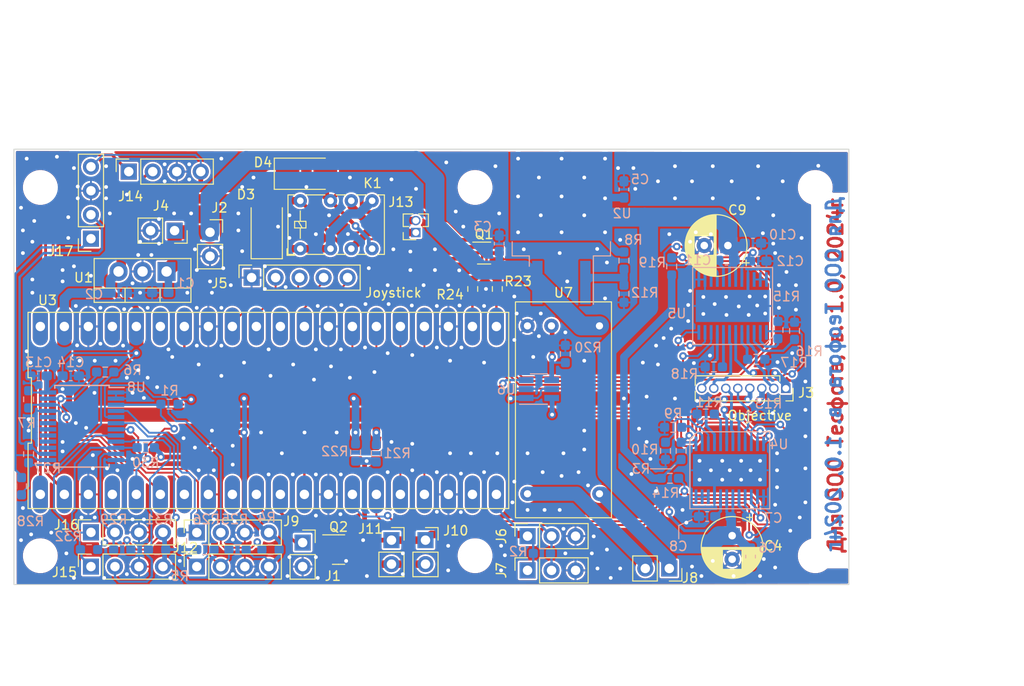
<source format=kicad_pcb>
(kicad_pcb (version 20221018) (generator pcbnew)
  (layers (0 "F.Cu" signal) (31 "B.Cu" signal) (34 "B.Paste" user) (35 "F.Paste" user) (36 "B.SilkS" user "B.Silkscreen") (37 "F.SilkS" user "F.Silkscreen") (38 "B.Mask" user) (39 "F.Mask" user) (44 "Edge.Cuts" user))
  (net 0 "")
  (net 1 "Strobe Input")
  (net 2 "GND")
  (net 3 "AOUT2_2")
  (net 4 "AOUT1_2")
  (net 5 "AOUT2_1")
  (net 6 "AOUT1_1")
  (net 7 "BOUT1_1")
  (net 8 "BOUT2_1")
  (net 9 "BOUT2_2")
  (net 10 "BOUT1_2")
  (net 11 "+12V")
  (net 12 "+5V")
  (net 13 "VarX")
  (net 14 "VarY")
  (net 15 "SW")
  (net 16 "Net-(U4-VCP)")
  (net 17 "Net-(U4-CONFIG)")
  (net 18 "+3V3")
  (net 19 "MOTORS_nSLEEP")
  (net 20 "Net-(U5-VCP)")
  (net 21 "Net-(U5-CONFIG)")
  (net 22 "PWM_UV")
  (net 23 "RX")
  (net 24 "TX")
  (net 25 "nEN1")
  (net 26 "STEP1")
  (net 27 "DIR1")
  (net 28 "DIR2")
  (net 29 "STEP2")
  (net 30 "nEN2")
  (net 31 "Net-(D3-A)")
  (net 32 "Net-(D4-A)")
  (net 33 "Net-(J8-Pin_1)")
  (net 34 "+3.3VP")
  (net 35 "Net-(J8-Pin_2)")
  (net 36 "Net-(J9-Pin_1)")
  (net 37 "Net-(J9-Pin_2)")
  (net 38 "V_lasers")
  (net 39 "Net-(J10-Pin_2)")
  (net 40 "Net-(J12-Pin_1)")
  (net 41 "Net-(J12-Pin_2)")
  (net 42 "SDA0")
  (net 43 "nFLT1")
  (net 44 "nFLT2")
  (net 45 "Net-(J13-Pin_1)")
  (net 46 "SCL0")
  (net 47 "Net-(J13-Pin_2)")
  (net 48 "Net-(J15-Pin_1)")
  (net 49 "Solenoid_DIR")
  (net 50 "Solenoid_ON")
  (net 51 "Thermo")
  (net 52 "unconnected-(U3-GP14-Pad19)")
  (net 53 "Net-(J15-Pin_2)")
  (net 54 "Net-(J16-Pin_1)")
  (net 55 "Net-(J16-Pin_2)")
  (net 56 "Net-(Q1A-B1)")
  (net 57 "Net-(Q1B-B2)")
  (net 58 "Net-(U2-ADJ)")
  (net 59 "Net-(U4-BDECAY)")
  (net 60 "Net-(U4-ADECAY)")
  (net 61 "Net-(U4-AISEN)")
  (net 62 "Net-(U4-BISEN)")
  (net 63 "lasers")
  (net 64 "Net-(U5-BDECAY)")
  (net 65 "Net-(U5-ADECAY)")
  (net 66 "Net-(U5-AISEN)")
  (net 67 "Net-(U5-BISEN)")
  (net 68 "Net-(U6-GPIOB)")
  (net 69 "unconnected-(U3-GP6-Pad9)")
  (net 74 "Net-(U4-AVREF)")
  (net 75 "Net-(U5-AVREF)")
  (net 82 "Net-(J17-Pin_1)")
  (net 83 "Net-(J17-Pin_2)")
  (net 84 "unconnected-(U3-GP2-Pad4)")
  (net 85 "I2C_RES")
  (footprint "Connector_PinSocket_2.54mm:PinSocket_1x03_P2.54mm_Vertical" (layer "F.Cu") (at 79.2 76.2 90)
    (fp_text reference "J7")
    (fp_text value "Conn_01x03_Socket")
  )
  (footprint "Connector_PinSocket_2.54mm:PinSocket_1x02_P2.54mm_Vertical" (layer "F.Cu") (at 55.4 73.26)
    (fp_text reference "J1")
    (fp_text value "Screw_Terminal_01x02" hide)
  )
  (footprint "Connector_PinSocket_2.54mm:PinSocket_1x04_P2.54mm_Vertical" (layer "F.Cu") (at 44.2 75.8 90)
    (fp_text reference "J12")
    (fp_text value "I2C")
  )
  (footprint "Relay_THT:Relay_DPDT_AXICOM_IMSeries_Pitch5.08mm" (layer "F.Cu") (at 55.15 42.14 90)
    (fp_text reference "K1")
    (fp_text value "IM03" hide)
  )
  (footprint "Connector_PinSocket_2.54mm:PinSocket_1x03_P2.54mm_Vertical" (layer "F.Cu") (at 79.2 72.575 90)
    (fp_text reference "J6")
    (fp_text value "Conn_01x03_Socket")
  )
  (footprint "MountingHole:MountingHole_3.2mm_M3" (layer "F.Cu") (at 73.645 74.65)
    (fp_text reference "REF**" hide)
    (fp_text value "MountingHole_3.2mm_M3" hide)
  )
  (footprint "Connector_PinSocket_2.54mm:PinSocket_1x02_P2.54mm_Vertical" (layer "F.Cu") (at 64.8 73)
    (fp_text reference "J11")
    (fp_text value "Screw_Terminal_01x02" hide)
  )
  (footprint "MountingHole:MountingHole_3.2mm_M3" (layer "F.Cu") (at 73.645 35.65)
    (fp_text reference "REF**" hide)
    (fp_text value "MountingHole_3.2mm_M3" hide)
  )
  (footprint "Connector_PinSocket_2.54mm:PinSocket_1x02_P2.54mm_Vertical" (layer "F.Cu") (at 68.4 73)
    (fp_text reference "J10")
    (fp_text value "Screw_Terminal_01x02" hide)
  )
  (footprint "Capacitor_THT:CP_Radial_D6.3mm_P2.50mm" (layer "F.Cu") (at 100.85 72.524989 -90)
    (fp_text reference "C4")
    (fp_text value "10uF")
  )
  (footprint "Capacitor_THT:CP_Radial_D6.3mm_P2.50mm" (layer "F.Cu") (at 100.4 41.8 180)
    (fp_text reference "C9")
    (fp_text value "10uF")
  )
  (footprint "Resistor_SMD:R_0603_1608Metric_Pad0.98x0.95mm_HandSolder" (layer "F.Cu") (at 73.4 46.4 90)
    (fp_text reference "R24")
    (fp_text value "1k")
  )
  (footprint "Connector_PinSocket_2.54mm:PinSocket_1x04_P2.54mm_Vertical" (layer "F.Cu") (at 33 41.08 180)
    (fp_text reference "J17")
    (fp_text value "I2C")
  )
  (footprint "Connector_PinSocket_2.54mm:PinSocket_1x04_P2.54mm_Vertical" (layer "F.Cu") (at 33 72.175 90)
    (fp_text reference "J16")
    (fp_text value "I2C")
  )
  (footprint "Package_TO_SOT_SMD:SOT-363_SC-70-6_Handsoldering" (layer "F.Cu") (at 74.6 42.6)
    (fp_text reference "Q1")
    (fp_text value "FFB2222A")
  )
  (footprint "Connector_PinSocket_2.54mm:PinSocket_1x02_P2.54mm_Vertical" (layer "F.Cu") (at 45.6 40.4)
    (fp_text reference "J2")
    (fp_text value "Screw_Terminal_01x02" hide)
  )
  (footprint "Connector_PinSocket_2.54mm:PinSocket_1x02_P2.54mm_Vertical" (layer "F.Cu") (at 94.2 76 -90)
    (fp_text reference "J8")
    (fp_text value "Screw_Terminal_01x02" hide)
  )
  (footprint "Diode_SMD:D_SMA" (layer "F.Cu") (at 55.8 34.2)
    (fp_text reference "D4")
    (fp_text value "CDBA3100-HF" hide)
  )
  (footprint "Package_TO_SOT_THT:TO-220-3_Vertical" (layer "F.Cu") (at 41 44.55 180)
    (fp_text reference "U1")
    (fp_text value "LM7805_TO220" hide)
  )
  (footprint "Diode_SMD:D_SMA" (layer "F.Cu") (at 51.6 39.8 90)
    (fp_text reference "D3")
    (fp_text value "CDBA3100-HF" hide)
  )
  (footprint "Shield_Emergent:Raspberry Pi Pico" (layer "F.Cu") (at 51.775 59.265)
    (fp_text reference "U3")
    (fp_text value "Raspberri_Pi_Pico")
  )
  (footprint "MountingHole:MountingHole_3.2mm_M3" (layer "F.Cu") (at 27.645 35.65)
    (fp_text reference "REF**" hide)
    (fp_text value "MountingHole_3.2mm_M3" hide)
  )
  (footprint "Connector_PinSocket_2.54mm:PinSocket_1x02_P2.54mm_Vertical" (layer "F.Cu") (at 41.85 40.225 -90)
    (fp_text reference "J4")
    (fp_text value "Screw_Terminal_01x02" hide)
  )
  (footprint "Connector_PinSocket_2.54mm:PinSocket_1x04_P2.54mm_Vertical" (layer "F.Cu") (at 33 75.8 90)
    (fp_text reference "J15")
    (fp_text value "I2C")
  )
  (footprint "MountingHole:MountingHole_3.2mm_M3" (layer "F.Cu") (at 109.645 74.65)
    (fp_text reference "REF**" hide)
    (fp_text value "MountingHole_3.2mm_M3" hide)
  )
  (footprint "Connector_PinSocket_2.54mm:PinSocket_1x04_P2.54mm_Vertical" (layer "F.Cu") (at 44.2 72.2 90)
    (fp_text reference "J9")
    (fp_text value "I2C" hide)
  )
  (footprint "Package_TO_SOT_SMD:SOT-23" (layer "F.Cu") (at 59.2 74)
    (fp_text reference "Q2")
    (fp_text value "AO3400A")
  )
  (footprint "Shield_Emergent:LDD-700L" (layer "F.Cu") (at 86.81 50.31 -90)
    (fp_text reference "U7")
    (fp_text value "LDD-700L")
  )
  (footprint "MountingHole:MountingHole_3.2mm_M3" (layer "F.Cu") (at 27.645 74.65)
    (fp_text reference "REF**" hide)
    (fp_text value "MountingHole_3.2mm_M3" hide)
  )
  (footprint "Connector_PinSocket_1.27mm:PinSocket_1x02_P1.27mm_Vertical" (layer "F.Cu") (at 67.375 40.425 180)
    (fp_text reference "J13")
    (fp_text value "Screw_Terminal_01x02" hide)
  )
  (footprint "Resistor_SMD:R_0603_1608Metric_Pad0.98x0.95mm_HandSolder" (layer "F.Cu") (at 76 46.4 90)
    (fp_text reference "R23")
    (fp_text value "1k")
  )
  (footprint "Connector_PinSocket_1.27mm:PinSocket_1x08_P1.27mm_Vertical" (layer "F.Cu") (at 106.53 56.924989 -90)
    (fp_text reference "J3")
    (fp_text value "Objective")
  )
  (footprint "Connector_PinSocket_2.54mm:PinSocket_1x04_P2.54mm_Vertical" (layer "F.Cu") (at 37 33.975 90)
    (fp_text reference "J14")
    (fp_text value "Bluetooth" hide)
  )
  (footprint "Connector_PinSocket_2.54mm:PinSocket_1x05_P2.54mm_Vertical" (layer "F.Cu") (at 50 45.2 90)
    (fp_text reference "J5")
    (fp_text value "Joystick")
  )
  (footprint "MountingHole:MountingHole_3.2mm_M3" (layer "F.Cu") (at 109.645 35.65)
    (fp_text reference "REF**" hide)
    (fp_text value "MountingHole_3.2mm_M3" hide)
  )
  (footprint "Capacitor_SMD:C_0603_1608Metric_Pad1.08x0.95mm_HandSolder" (layer "B.Cu") (at 27.4625 55.6 180)
    (fp_text reference "C13")
    (fp_text value "0.1")
  )
  (footprint "Capacitor_SMD:C_0603_1608Metric_Pad1.08x0.95mm_HandSolder" (layer "B.Cu") (at 103.6125 43.45)
    (fp_text reference "C12")
    (fp_text value "2.2")
  )
  (footprint "Resistor_SMD:R_0603_1608Metric_Pad0.98x0.95mm_HandSolder" (layer "B.Cu") (at 32.8 74 180)
    (fp_text reference "R32")
    (fp_text value "4.7k")
  )
  (footprint "Resistor_SMD:R_0603_1608Metric_Pad0.98x0.95mm_HandSolder" (layer "B.Cu") (at 89.4 46.9125 -90)
    (fp_text reference "R12")
    (fp_text value "390")
  )
  (footprint "Resistor_SMD:R_0603_1608Metric_Pad0.98x0.95mm_HandSolder" (layer "B.Cu") (at 102.6375 59.95 180)
    (fp_text reference "R13")
    (fp_text value "3.9")
  )
  (footprint "Resistor_SMD:R_0603_1608Metric_Pad0.98x0.95mm_HandSolder" (layer "B.Cu") (at 80.7125 74.4)
    (fp_text reference "R2")
    (fp_text value "4k7")
  )
  (footprint "Resistor_SMD:R_0603_1608Metric_Pad0.98x0.95mm_HandSolder" (layer "B.Cu") (at 107.45 50.837489 -90)
    (fp_text reference "R16")
    (fp_text value "470")
  )
  (footprint "Capacitor_SMD:C_0603_1608Metric_Pad1.08x0.95mm_HandSolder" (layer "B.Cu") (at 101.55 70.55 180)
    (fp_text reference "C7")
    (fp_text value "0.01")
  )
  (footprint "Package_TO_SOT_SMD:TO-263-2" (layer "B.Cu") (at 82.775 39.95 90)
    (fp_text reference "U2")
    (fp_text value "LM317_TO-263")
  )
  (footprint "Resistor_SMD:R_0603_1608Metric_Pad0.98x0.95mm_HandSolder" (layer "B.Cu") (at 83.2 53.2875 90)
    (fp_text reference "R20")
    (fp_text value "10k")
  )
  (footprint "Resistor_SMD:R_0603_1608Metric_Pad0.98x0.95mm_HandSolder" (layer "B.Cu") (at 89.4 43.4 -90)
    (fp_text reference "R8")
    (fp_text value "240")
  )
  (footprint "Resistor_SMD:R_0603_1608Metric_Pad0.98x0.95mm_HandSolder" (layer "B.Cu") (at 105.7 50.75 -90)
    (fp_text reference "R15")
    (fp_text value "470")
  )
  (footprint "Resistor_SMD:R_0603_1608Metric_Pad0.98x0.95mm_HandSolder" (layer "B.Cu") (at 26.4 58.0875 -90)
    (fp_text reference "R7")
    (fp_text value "4.7k")
  )
  (footprint "Resistor_SMD:R_0603_1608Metric_Pad0.98x0.95mm_HandSolder" (layer "B.Cu") (at 52 74 180)
    (fp_text reference "R4")
    (fp_text value "4.7k")
  )
  (footprint "Resistor_SMD:R_0603_1608Metric_Pad0.98x0.95mm_HandSolder" (layer "B.Cu") (at 38.8 63.2 180)
    (fp_text reference "R30")
    (fp_text value "4.7k")
  )
  (footprint "Resistor_SMD:R_0603_1608Metric_Pad0.98x0.95mm_HandSolder" (layer "B.Cu") (at 95.45 63.55 90)
    (fp_text reference "R3")
    (fp_text value "47k")
  )
  (footprint "Resistor_SMD:R_0603_1608Metric_Pad0.98x0.95mm_HandSolder" (layer "B.Cu") (at 93.8 63.55 90)
    (fp_text reference "R10")
    (fp_text value "470")
  )
  (footprint "Capacitor_SMD:C_0603_1608Metric_Pad1.08x0.95mm_HandSolder" (layer "B.Cu") (at 35.9375 46.83)
    (fp_text reference "C2")
    (fp_text value "0.1")
  )
  (footprint "Resistor_SMD:R_0603_1608Metric_Pad0.98x0.95mm_HandSolder" (layer "B.Cu") (at 94.6125 61.05)
    (fp_text reference "R9")
    (fp_text value "470")
  )
  (footprint "Capacitor_SMD:C_0603_1608Metric_Pad1.08x0.95mm_HandSolder" (layer "B.Cu") (at 102.8 74.7375 90)
    (fp_text reference "C6")
    (fp_text value "0.1")
  )
  (footprint "Capacitor_SMD:C_0603_1608Metric_Pad1.08x0.95mm_HandSolder" (layer "B.Cu") (at 100.25 43.35)
    (fp_text reference "C11")
    (fp_text value "0.01")
  )
  (footprint "Resistor_SMD:R_0603_1608Metric_Pad0.98x0.95mm_HandSolder" (layer "B.Cu") (at 98.9125 54.65)
    (fp_text reference "R18")
    (fp_text value "3.9")
  )
  (footprint "Resistor_SMD:R_0603_1608Metric_Pad0.98x0.95mm_HandSolder" (layer "B.Cu") (at 94.2625 66.45)
    (fp_text reference "R14")
    (fp_text value "10k")
  )
  (footprint "Capacitor_SMD:C_0603_1608Metric_Pad1.08x0.95mm_HandSolder" (layer "B.Cu") (at 30.8625 55.6 180)
    (fp_text reference "C14")
    (fp_text value "0.01")
  )
  (footprint "Resistor_SMD:R_0603_1608Metric_Pad0.98x0.95mm_HandSolder" (layer "B.Cu") (at 98.05 59.65)
    (fp_text reference "R11")
    (fp_text value "3.9")
  )
  (footprint "Resistor_SMD:R_0603_1608Metric_Pad0.98x0.95mm_HandSolder" (layer "B.Cu") (at 48.5125 74 180)
    (fp_text reference "R25")
    (fp_text value "4.7k")
  )
  (footprint "Resistor_SMD:R_0603_1608Metric_Pad0.98x0.95mm_HandSolder" (layer "B.Cu") (at 41.3125 58.6 180)
    (fp_text reference "R1")
    (fp_text value "4.7k")
  )
  (footprint "Capacitor_SMD:C_0603_1608Metric_Pad1.08x0.95mm_HandSolder" (layer "B.Cu") (at 40.3375 46.8 180)
    (fp_text reference "C1")
    (fp_text value "0.33")
  )
  (footprint "Capacitor_SMD:C_0603_1608Metric_Pad1.08x0.95mm_HandSolder" (layer "B.Cu") (at 103.05 41.55)
    (fp_text reference "C10")
    (fp_text value "0.1")
  )
  (footprint "Capacitor_SMD:C_0603_1608Metric_Pad1.08x0.95mm_HandSolder" (layer "B.Cu") (at 89.4 35.8625 90)
    (fp_text reference "C5")
    (fp_text value "1")
  )
  (footprint "Resistor_SMD:R_0603_1608Metric_Pad0.98x0.95mm_HandSolder" (layer "B.Cu") (at 26.4 63.8875 90)
    (fp_text reference "R27")
    (fp_text value "4.7k")
  )
  (footprint "Resistor_SMD:R_0603_1608Metric_Pad0.98x0.95mm_HandSolder" (layer "B.Cu") (at 40 74 180)
    (fp_text reference "R31")
    (fp_text value "4.7k")
  )
  (footprint "Resistor_SMD:R_0603_1608Metric_Pad0.98x0.95mm_HandSolder" (layer "B.Cu") (at 25.654 67.2875 90)
    (fp_text reference "R28")
    (fp_text value "4.7k")
  )
  (footprint "Package_TO_SOT_SMD:SOT-23-6_Handsoldering" (layer "B.Cu") (at 80.4 57)
    (fp_text reference "U6")
    (fp_text value "RS0101YH6" hide)
  )
  (footprint "Resistor_SMD:R_0603_1608Metric_Pad0.98x0.95mm_HandSolder" (layer "B.Cu") (at 45.1125 74)
    (fp_text reference "R26")
    (fp_text value "4.7k")
  )
  (footprint "Resistor_SMD:R_0603_1608Metric_Pad0.98x0.95mm_HandSolder" (layer "B.Cu") (at 61 63.7125 90)
    (fp_text reference "R22")
    (fp_text value "0")
  )
  (footprint "Resistor_SMD:R_0603_1608Metric_Pad0.98x0.95mm_HandSolder" (layer "B.Cu") (at 103.4 53.85 180)
    (fp_text reference "R17")
    (fp_text value "3.9")
  )
  (footprint "Package_SO:SSOP-24_5.3x8.2mm_P0.65mm" (layer "B.Cu") (at 32.048 60.941 180)
    (fp_text reference "U8")
    (fp_text value "PCA9548ADB")
  )
  (footprint "Shield_Emergent:DRV8834PWP" (layer "B.Cu") (at 100.6 65.6)
    (fp_text reference "U4")
    (fp_text value "DRV8834PWP")
  )
  (footprint "Resistor_SMD:R_0603_1608Metric_Pad0.98x0.95mm_HandSolder" (layer "B.Cu") (at 63.2 63.8 90)
    (fp_text reference "R21")
    (fp_text value "0")
  )
  (footprint "Resistor_SMD:R_0603_1608Metric_Pad0.98x0.95mm_HandSolder" (layer "B.Cu") (at 94.45 44.012489 90)
    (fp_text reference "R19")
    (fp_text value "10 k")
  )
  (footprint "Shield_Emergent:DRV8834PWP" (layer "B.Cu") (at 100.9 48.2 180)
    (fp_text reference "U5")
    (fp_text value "DRV8834PWP" hide)
  )
  (footprint "Capacitor_SMD:C_0603_1608Metric_Pad1.08x0.95mm_HandSolder" (layer "B.Cu") (at 98.2 70.5 180)
    (fp_text reference "C8")
    (fp_text value "2.2")
  )
  (footprint "Resistor_SMD:R_0603_1608Metric_Pad0.98x0.95mm_HandSolder" (layer "B.Cu") (at 34.5125 55.2 180)
    (fp_text reference "R6")
    (fp_text value "4.7k")
  )
  (footprint "Resistor_SMD:R_0603_1608Metric_Pad0.98x0.95mm_HandSolder" (layer "B.Cu") (at 36.3125 74 180)
    (fp_text reference "R29")
    (fp_text value "4.7k")
  )
  (footprint "Resistor_SMD:R_0603_1608Metric_Pad0.98x0.95mm_HandSolder" (layer "B.Cu") (at 42.6 73.0875 90)
    (fp_text reference "R5")
    (fp_text value "4.7k")
  )
  (footprint "Capacitor_SMD:C_0603_1608Metric_Pad1.08x0.95mm_HandSolder" (layer "B.Cu") (at 76.2 41.6 90)
    (fp_text reference "C3")
    (fp_text value "1")
  )
  (gr_line (start 95.2 71.45) (end 95.2 72.85) (stroke (width 0.12)) (layer "B.SilkS"))
  (gr_line (start 92.2 65.45) (end 94.4 65.45) (stroke (width 0.12)) (layer "B.SilkS"))
  (gr_line (start 94.4 65.45) (end 94.8 65.05) (stroke (width 0.12)) (layer "B.SilkS"))
  (gr_line (start 96.6 70.85) (end 95.2 71.45) (stroke (width 0.12)) (layer "B.SilkS"))
  (gr_rect (start 24.85 31.6) (end 113.2 77.7) (stroke (width 0.1)) (fill none) (layer "Edge.Cuts"))
  (gr_text "Для ООО Теофота, в. 1.0, 2024г" (at 111.8 55.6 90) (layer "F.Cu") (effects (font (size 1.5 1.5) (thickness 0.3))))
  (gr_text "Для ООО Теофота, в. 1.0, 2024г" (at 111.6 55.4 90) (layer "B.Cu") (effects (font (size 1.5 1.5) (thickness 0.3)) (justify mirror)))
  (segment (start 53.2 71) (end 52.2 71) (width 0.3) (layer "F.Cu") (net 1))
  (segment (start 54.66 73.26) (end 53.8 72.4) (width 0.3) (layer "F.Cu") (net 1))
  (segment (start 53.8 71.6) (end 53.2 71) (width 0.3) (layer "F.Cu") (net 1))
  (segment (start 53.8 72.4) (end 53.8 71.6) (width 0.3) (layer "F.Cu") (net 1))
  (segment (start 52.2 71) (end 50.505 69.305) (width 0.3) (layer "F.Cu") (net 1))
  (segment (start 55.4 73.26) (end 54.66 73.26) (width 0.3) (layer "F.Cu") (net 1))
  (segment (start 50.505 69.305) (end 50.505 68.155) (width 0.3) (layer "F.Cu") (net 1))
  (segment (start 33.2 36.4) (end 33.1 36.5) (width 0.3) (layer "F.Cu") (net 2))
  (via (at 34.6 36.8) (size 0.8) (drill 0.4) (layers "F.Cu" "B.Cu") (net 2))
  (via (at 25.8 40.2) (size 0.8) (drill 0.4) (layers "F.Cu" "B.Cu") (net 2))
  (via (at 39.4 42.8) (size 0.8) (drill 0.4) (layers "F.Cu" "B.Cu") (net 2))
  (via (at 104.2 75) (size 0.8) (drill 0.4) (layers "F.Cu" "B.Cu") (net 2))
  (via (at 49 42.4) (size 0.8) (drill 0.4) (layers "F.Cu" "B.Cu") (net 2))
  (via (at 50.6 76.6) (size 0.8) (drill 0.4) (layers "F.Cu" "B.Cu") (net 2))
  (via (at 51.4 44) (size 0.8) (drill 0.4) (layers "F.Cu" "B.Cu") (net 2))
  (via (at 70.8 76.2) (size 0.8) (drill 0.4) (layers "F.Cu" "B.Cu") (net 2))
  (via (at 38 42.8) (size 0.8) (drill 0.4) (layers "F.Cu" "B.Cu") (net 2))
  (via (at 105.6 65.6) (size 0.8) (drill 0.4) (layers "F.Cu" "B.Cu") (net 2))
  (via (at 52 55.6) (size 0.8) (drill 0.4) (layers "F.Cu" "B.Cu") (net 2))
  (via (at 81 69.8) (size 0.8) (drill 0.4) (layers "F.Cu" "B.Cu") (net 2))
  (via (at 38.6 57.9415) (size 0.8) (drill 0.4) (layers "F.Cu" "B.Cu") (net 2))
  (via (at 62.4 44.2) (size 0.8) (drill 0.4) (layers "F.Cu" "B.Cu") (net 2))
  (via (at 78.05 49) (size 0.8) (drill 0.4) (layers "F.Cu" "B.Cu") (net 2))
  (via (at 26.8 45.4) (size 0.8) (drill 0.4) (layers "F.Cu" "B.Cu") (net 2))
  (via (at 105.4 75.9) (size 0.8) (drill 0.4) (layers "F.Cu" "B.Cu") (net 2))
  (via (at 29.4 32.4) (size 0.8) (drill 0.4) (layers "F.Cu" "B.Cu") (net 2))
  (via (at 94.4 50.6) (size 0.8) (drill 0.4) (layers "F.Cu" "B.Cu") (net 2))
  (via (at 46.8 32.6) (size 0.8) (drill 0.4) (layers "F.Cu" "B.Cu") (net 2))
  (via (at 36.8 55.8) (size 0.8) (drill 0.4) (layers "F.Cu" "B.Cu") (net 2))
  (via (at 34.6 33.4) (size 0.8) (drill 0.4) (layers "F.Cu" "B.Cu") (net 2))
  (via (at 31.2 44) (size 0.8) (drill 0.4) (layers "F.Cu" "B.Cu") (net 2))
  (via (at 45.6 45.6) (size 0.8) (drill 0.4) (layers "F.Cu" "B.Cu") (net 2))
  (via (at 103.8 76.8) (size 0.8) (drill 0.4) (layers "F.Cu" "B.Cu") (net 2))
  (via (at 40.8 35) (size 0.8) (drill 0.4) (layers "F.Cu" "B.Cu") (net 2))
  (via (at 31.4 48.2) (size 0.8) (drill 0.4) (layers "F.Cu" "B.Cu") (net 2))
  (via (at 85.2 63.4) (size 0.8) (drill 0.4) (layers "F.Cu" "B.Cu") (net 2))
  (via (at 67 53.4) (size 0.8) (drill 0.4) (layers "F.Cu" "B.Cu") (net 2))
  (via (at 90.2 66) (size 0.8) (drill 0.4) (layers "F.Cu" "B.Cu") (net 2))
  (via (at 51.4 46.4) (size 0.8) (drill 0.4) (layers "F.Cu" "B.Cu") (net 2))
  (via (at 26.6 54.2) (size 0.8) (drill 0.4) (layers "F.Cu" "B.Cu") (net 2))
  (via (at 31.6 36.8) (size 0.8) (drill 0.4) (layers "F.Cu" "B.Cu") (net 2))
  (via (at 99 48) (size 0.8) (drill 0.4) (layers "F.Cu" "B.Cu") (net 2))
  (via (at 96.2 49.8) (size 0.8) (drill 0.4) (layers "F.Cu" "B.Cu") (net 2))
  (via (at 95.6 69.8) (size 0.8) (drill 0.4) (layers "F.Cu" "B.Cu") (net 2))
  (via (at 44 42.2) (size 0.8) (drill 0.4) (layers "F.Cu" "B.Cu") (net 2))
  (via (at 94.8 58) (size 0.8) (drill 0.4) (layers "F.Cu" "B.Cu") (net 2))
  (via (at 60.4 34.6) (size 0.8) (drill 0.4) (layers "F.Cu" "B.Cu") (net 2))
  (via (at 45.8 46.8) (size 0.8) (drill 0.4) (layers "F.Cu" "B.Cu") (net 2))
  (via (at 90.6 35.8) (size 0.8) (drill 0.4) (layers "F.Cu" "B.Cu") (net 2))
  (via (at 77.6 69) (size 0.8) (drill 0.4) (layers "F.Cu" "B.Cu") (net 2))
  (via (at 98.6 65.6) (size 0.8) (drill 0.4) (layers "F.Cu" "B.Cu") (net 2))
  (via (at 98.8 36.8) (size 0.8) (drill 0.4) (layers "F.Cu" "B.Cu") (net 2))
  (via (at 31.2 33.6) (size 0.8) (drill 0.4) (layers "F.Cu" "B.Cu") (net 2))
  (via (at 85.2 54) (size 0.8) (drill 0.4) (layers "F.Cu" "B.Cu") (net 2))
  (via (at 30 63.6) (size 0.8) (drill 0.4) (layers "F.Cu" "B.Cu") (net 2))
  (via (at 96.4 41.4) (size 0.8) (drill 0.4) (layers "F.Cu" "B.Cu") (net 2))
  (via (at 33.2 65.4) (size 0.8) (drill 0.4) (layers "F.Cu" "B.Cu") (net 2))
  (via (at 98.6 40.6) (size 0.8) (drill 0.4) (layers "F.Cu" "B.Cu") (net 2))
  (via (at 97.4 64.6) (size 0.8) (drill 0.4) (layers "F.Cu" "B.Cu") (net 2))
  (via (at 26.2 53) (size 0.8) (drill 0.4) (layers "F.Cu" "B.Cu") (net 2))
  (via (at 68.2 46) (size 0.8) (drill 0.4) (layers "F.Cu" "B.Cu") (net 2))
  (via (at 34.6 35.6) (size 0.8) (drill 0.4) (layers "F.Cu" "B.Cu") (net 2))
  (via (at 45.8 61.4) (size 0.8) (drill 0.4) (layers "F.Cu" "B.Cu") (net 2))
  (via (at 89 41.2) (size 0.8) (drill 0.4) (layers "F.Cu" "B.Cu") (net 2))
  (via (at 62 52.6) (size 0.8) (drill 0.4) (layers "F.Cu" "B.Cu") (net 2))
  (via (at 105.4 69.25) (size 0.8) (drill 0.4) (layers "F.Cu" "B.Cu") (net 2))
  (via (at 27 39.2) (size 0.8) (drill 0.4) (layers "F.Cu" "B.Cu") (net 2))
  (via (at 41.8 38.4) (size 0.8) (drill 0.4) (layers "F.Cu" "B.Cu") (net 2))
  (via (at 94.2 40.6) (size 0.8) (drill 0.4) (layers "F.Cu" "B.Cu") (net 2))
  (via (at 49 35.6) (size 0.8) (drill 0.4) (layers "F.Cu" "B.Cu") (net 2))
  (via (at 35.6 54) (size 0.8) (drill 0.4) (layers "F.Cu" "B.Cu") (net 2))
  (via (at 79.2 69.8) (size 0.8) (drill 0.4) (layers "F.Cu" "B.Cu") (net 2))
  (via (at 33 45) (size 0.8) (drill 0.4) (layers "F.Cu" "B.Cu") (net 2))
  (via (at 77.8 66.8) (size 0.8) (drill 0.4) (layers "F.Cu" "B.Cu") (net 2))
  (via (at 96.8 54.25) (size 0.8) (drill 0.4) (layers "F.Cu" "B.Cu") (net 2))
  (via (at 79.8 53.6) (size 0.8) (drill 0.4) (layers "F.Cu" "B.Cu") (net 2))
  (via (at 43.6 38.4) (size 0.8) (drill 0.4) (layers "F.Cu" "B.Cu") (net 2))
  (via (at 67 62.8) (size 0.8) (drill 0.4) (layers "F.Cu" "B.Cu") (net 2))
  (via (at 33.4 70.6) (size 0.8) (drill 0.4) (layers "F.Cu" "B.Cu") (net 2))
  (via (at 72.140626 70.032872) (size 0.8) (drill 0.4) (layers "F.Cu" "B.Cu") (net 2))
  (via (at 30 45.6) (size 0.8) (drill 0.4) (layers "F.Cu" "B.Cu") (net 2))
  (via (at 64.4 46) (size 0.8) (drill 0.4) (layers "F.Cu" "B.Cu") (net 2))
  (via (at 26.8 41.4) (size 0.8) (drill 0.4) (layers "F.Cu" "B.Cu") (net 2))
  (via (at 91 61.2) (size 0.8) (drill 0.4) (layers "F.Cu" "B.Cu") (net 2))
  (via (at 77.8 47.2) (size 0.8) (drill 0.4) (layers "F.Cu" "B.Cu") (net 2))
  (via (at 39 55.8) (size 0.8) (drill 0.4) (layers "F.Cu" "B.Cu") (net 2))
  (via (at 105.2 38.6) (size 0.8) (drill 0.4) (layers "F.Cu" "B.Cu") (net 2))
  (via (at 74.6 48.2) (size 0.8) (drill 0.4) (layers "F.Cu" "B.Cu") (net 2))
  (via (at 30.4 74.4) (size 0.8) (drill 0.4) (layers "F.Cu" "B.Cu") (net 2))
  (via (at 48.2 71) (size 0.8) (drill 0.4) (layers "F.Cu" "B.Cu") (net 2))
  (via (at 108.6 65.4) (size 0.8) (drill 0.4) (layers "F.Cu" "B.Cu") (net 2))
  (via (at 103.6 33.4) (size 0.8) (drill 0.4) (layers "F.Cu" "B.Cu") (net 2))
  (via (at 91.4 54.2) (size 0.8) (drill 0.4) (layers "F.Cu" "B.Cu") (net 2))
  (via (at 98.5 53.45) (size 0.8) (drill 0.4) (layers "F.Cu" "B.Cu") (net 2))
  (via (at 77.8 51.8) (size 0.8) (drill 0.4) (layers "F.Cu" "B.Cu") (net 2))
  (via (at 93 35) (size 0.8) (drill 0.4) (layers "F.Cu" "B.Cu") (net 2))
  (via (at 30 57) (size 0.8) (drill 0.4) (layers "F.Cu" "B.Cu") (net 2))
  (via (at 76.4 76.2) (size 0.8) (drill 0.4) (layers "F.Cu" "B.Cu") (net 2))
  (via (at 72 48.15) (size 0.8) (drill 0.4) (layers "F.Cu" "B.Cu") (net 2))
  (via (at 87.6 43.6) (size 0.8) (drill 0.4) (layers "F.Cu" "B.Cu") (net 2))
  (via (at 70.8 73.6) (size 0.8) (drill 0.4) (layers "F.Cu" "B.Cu") (net 2))
  (via (at 105.2 41.6) (size 0.8) (drill 0.4) (layers "F.Cu" "B.Cu") (net 2))
  (via (at 108.6 69) (size 0.8) (drill 0.4) (layers "F.Cu" "B.Cu") (net 2))
  (via (at 101.8 66.6) (size 0.8) (drill 0.4) (layers "F.Cu" "B.Cu") (net 2))
  (via (at 97.15 58.25) (size 0.8) (drill 0.4) (layers "F.Cu" "B.Cu") (net 2))
  (via (at 106.2 35) (size 0.8) (drill 0.4) (layers "F.Cu" "B.Cu") (net 2))
  (via (at 105.6 67.4) (size 0.8) (drill 0.4) (layers "F.Cu" "B.Cu") (net 2))
  (via (at 105.8 48.4) (size 0.8) (drill 0.4) (layers "F.Cu" "B.Cu") (net 2))
  (via (at 66.95 48.15) (size 0.8) (drill 0.4) (layers "F.Cu" "B.Cu") (net 2))
  (via (at 105.8 46) (size 0.8) (drill 0.4) (layers "F.Cu" "B.Cu") (net 2))
  (via (at 30.6 41) (size 0.8) (drill 0.4) (layers "F.Cu" "B.Cu") (net 2))
  (via (at 101.8 64.6) (size 0.8) (drill 0.4) (layers "F.Cu" "B.Cu") (net 2))
  (via (at 69.4 44.4) (size 0.8) (drill 0.4) (layers "F.Cu" "B.Cu") (net 2))
  (via (at 34 48.4) (size 0.8) (drill 0.4) (layers "F.Cu" "B.Cu") (net 2))
  (via (at 84.6 65.8) (size 0.8) (drill 0.4) (layers "F.Cu" "B.Cu") (net 2))
  (via (at 80.6 49) (size 0.8) (drill 0.4) (layers "F.Cu" "B.Cu") (net 2))
  (via (at 85.2 61.4) (size 0.8) (drill 0.4) (layers "F.Cu" "B.Cu") (net 2))
  (via (at 73.2 63.8) (size 0.8) (drill 0.4) (layers "F.Cu" "B.Cu") (net 2))
  (via (at 47 44.2) (size 0.8) (drill 0.4) (layers "F.Cu" "B.Cu") (net 2))
  (via (at 63 55.2) (size 0.8) (drill 0.4) (layers "F.Cu" "B.Cu") (net 2))
  (via (at 37.4 64.4) (size 0.8) (drill 0.4) (layers "F.Cu" "B.Cu") (net 2))
  (via (at 80.8 65.8) (size 0.8) (drill 0.4) (layers "F.Cu" "B.Cu") (net 2))
  (via (at 53.2 63.8) (size 0.8) (drill 0.4) (layers "F.Cu" "B.Cu") (net 2))
  (via (at 74.8 46.4) (size 0.8) (drill 0.4) (layers "F.Cu" "B.Cu") (net 2))
  (via (at 97.8 49.05) (size 0.8) (drill 0.4) (layers "F.Cu" "B.Cu") (net 2))
  (via (at 52.8 39.8) (size 0.8) (drill 0.4) (layers "F.Cu" "B.Cu") (net 2))
  (via (at 46.799776 48.399851) (size 0.8) (drill 0.4) (layers "F.Cu" "B.Cu") (net 2))
  (via (at 36.8 36.4) (size 0.8) (drill 0.4) (layers "F.Cu" "B.Cu") (net 2))
  (via (at 105.6 63.8) (size 0.8) (drill 0.4) (layers "F.Cu" "B.Cu") (net 2))
  (via (at 26.2 32.6) (size 0.8) (drill 0.4) (layers "F.Cu" "B.Cu") (net 2))
  (via (at 48.6 40.2) (size 0.8) (drill 0.4) (layers "F.Cu" "B.Cu") (net 2))
  (via (at 72.15 65.95) (size 0.8) (drill 0.4) (layers "F.Cu" "B.Cu") (net 2))
  (via (at 56.8 74.8) (size 0.8) (drill 0.4) (layers "F.Cu" "B.Cu") (net 2))
  (via (at 33.2 64) (size 0.8) (drill 0.4) (layers "F.Cu" "B.Cu") (net 2))
  (via (at 82.6 42.6) (size 0.8) (drill 0.4) (layers "F.Cu" "B.Cu") (net 2))
  (via (at 107 72) (size 0.8) (drill 0.4) (layers "F.Cu" "B.Cu") (net 2))
  (via (at 96.6 75.8) (size 0.8) (drill 0.4) (layers "F.Cu" "B.Cu") (net 2))
  (via (at 54.356 66.04) (size 0.8) (drill 0.4) (layers "F.Cu" "B.Cu") (net 2))
  (via (at 50.2 34.6) (size 0.8) (drill 0.4) (layers "F.Cu" "B.Cu") (net 2))
  (via (at 101.55 48.25) (size 0.8) (drill 0.4) (layers "F.Cu" "B.Cu") (net 2))
  (via (at 104.35 49) (size 0.8) (drill 0.4) (layers "F.Cu" "B.Cu") (net 2))
  (via (at 44.193798 48.4) (size 0.8) (drill 0.4) (layers "F.Cu" "B.Cu") (net 2))
  (via (at 40 56.8) (size 0.8) (drill 0.4) (layers "F.Cu" "B.Cu") (net 2))
  (via (at 90.4 33.6) (size 0.8) (drill 0.4) (layers "F.Cu" "B.Cu") (net 2))
  (via (at 58.4 54.6) (size 0.8) (drill 0.4) (layers "F.Cu" "B.Cu") (net 2))
  (via (at 64.8 62.6) (size 0.8) (drill 0.4) (layers "F.Cu" "B.Cu") (net 2))
  (via (at 60.194167 40.587729) (size 0.8) (drill 0.4) (layers "F.Cu" "B.Cu") (net 2))
  (via (at 42.8 62.2) (size 0.8) (drill 0.4) (layers "F.Cu" "B.Cu") (net 2))
  (via (at 41.6 53.6) (size 0.8) (drill 0.4) (layers "F.Cu" "B.Cu") (net 2))
  (via (at 66.8 42.440011) (size 0.8) (drill 0.4) (layers "F.Cu" "B.Cu") (net 2))
  (via (at 30 62.6) (size 0.8) (drill 0.4) (layers "F.Cu" "B.Cu") (net 2))
  (via (at 74.6 54.2) (size 0.8) (drill 0.4) (layers "F.Cu" "B.Cu") (net 2))
  (via (at 96.2 48.1) (size 0.8) (drill 0.4) (layers "F.Cu" "B.Cu") (net 2))
  (via (at 106.6 44.6) (size 0.8) (drill 0.4) (layers "F.Cu" "B.Cu") (net 2))
  (via (at 30.6 38.8) (size 0.8) (drill 0.4) (layers "F.Cu" "B.Cu") (net 2))
  (via (at 86.6 76) (size 0.8) (drill 0.4) (layers "F.Cu" "B.Cu") (net 2))
  (via (at 54 38.6) (size 0.8) (drill 0.4) (layers "F.Cu" "B.Cu") (net 2))
  (via (at 94.8 33.4) (size 0.8) (drill 0.4) (layers "F.Cu" "B.Cu") (net 2))
  (via (at 43.2 46.8) (size 0.8) (drill 0.4) (layers "F.Cu" "B.Cu") (net 2))
  (via (at 38 55) (size 0.8) (drill 0.4) (layers "F.Cu" "B.Cu") (net 2))
  (via (at 41.409962 77.015326) (size 0.8) (drill 0.4) (layers "F.Cu" "B.Cu") (net 2))
  (via (at 25.8 69.6) (size 0.8) (drill 0.4) (layers "F.Cu" "B.Cu") (net 2))
  (via (at 26.4 60.2) (size 0.8) (drill 0.4) (layers "F.Cu" "B.Cu") (net 2))
  (via (at 69.6 70) (size 0.8) (drill 0.4) (layers "F.Cu" "B.Cu") (net 2))
  (via (at 25.6 37.8) (size 0.8) (drill 0.4) (layers "F.Cu" "B.Cu") (net 2))
  (via (at 108.2 41) (size 0.8) (drill 0.4) (layers "F.Cu" "B.Cu") (net 2))
  (via (at 67 65.6) (size 0.8) (drill 0.4) (layers "F.Cu" "B.Cu") (net 2))
  (via (at 100.6 65.6) (size 0.8) (drill 0.4) (layers "F.Cu" "B.Cu") (net 2))
  (via (at 70.8 46) (size 0.8) (drill 0.4) (layers "F.Cu" "B.Cu") (net 2))
  (via (at 33.3735 57.4) (size 0.8) (drill 0.4) (layers "F.Cu" "B.Cu") (net 2))
  (via (at 47.8 46) (size 0.8) (drill 0.4) (layers "F.Cu" "B.Cu") (net 2))
  (via (at 88.774502 33.6) (size 0.8) (drill 0.4) (layers "F.Cu" "B.Cu") (net 2))
  (via (at 76.4 73.6) (size 0.8) (drill 0.4) (layers "F.Cu" "B.Cu") (net 2))
  (via (at 28.8 72.2) (size 0.8) (drill 0.4) (layers "F.Cu" "B.Cu") (net 2))
  (via (at 31.6 35.555227) (size 0.8) (drill 0.4) (layers "F.Cu" "B.Cu") (net 2))
  (via (at 65 42.2) (size 0.8) (drill 0.4) (layers "F.Cu" "B.Cu") (net 2))
  (via (at 46.8 52.4) (size 0.8) (drill 0.4) (layers "F.Cu" "B.Cu") (net 2))
  (via (at 55.8 35.6) (size 0.8) (drill 0.4) (layers "F.Cu" "B.Cu") (net 2))
  (via (at 59.4 70.25) (size 0.8) (drill 0.4) (layers "F.Cu" "B.Cu") (net 2))
  (via (at 59 61.6) (size 0.8) (drill 0.4) (layers "F.Cu" "B.Cu") (net 2))
  (via (at 40.8 33.2) (size 0.8) (drill 0.4) (layers "F.Cu" "B.Cu") (net 2))
  (via (at 56.6 56) (size 0.8) (drill 0.4) (layers "F.Cu" "B.Cu") (net 2))
  (via (at 44 63.2) (size 0.8) (drill 0.4) (layers "F.Cu" "B.Cu") (net 2))
  (via (at 105.15 59.55) (size 0.8) (drill 0.4) (layers "F.Cu" "B.Cu") (net 2))
  (via (at 49.2 54.2) (size 0.8) (drill 0.4) (layers "F.Cu" "B.Cu") (net 2))
  (via (at 96.004727 71.144773) (size 0.8) (drill 0.4) (layers "F.Cu" "B.Cu") (net 2))
  (via (at 85.6 67.2) (size 0.8) (drill 0.4) (layers "F.Cu" "B.Cu") (net 2))
  (via (at 64.4 53.2) (size 0.8) (drill 0.4) (layers "F.Cu" "B.Cu") (net 2))
  (via (at 104.35 47.2) (size 0.8) (drill 0.4) (layers "F.Cu" "B.Cu") (net 2))
  (via (at 80.4 51.4) (size 0.8) (drill 0.4) (layers "F.Cu" "B.Cu") (net 2))
  (via (at 36.513434 48.542533) (size 0.8) (drill 0.4) (layers "F.Cu" "B.Cu") (net 2))
  (via (at 60.4 55.8) (size 0.8) (drill 0.4) (layers "F.Cu" "B.Cu") (net 2))
  (via (at 103.5 48.15) (size 0.8) (drill 0.4) (layers "F.Cu" "B.Cu") (net 2))
  (via (at 102.8 65.6) (size 0.8) (drill 0.4) (layers "F.Cu" "B.Cu") (net 2))
  (via (at 72.4 39.8) (size 0.8) (drill 0.4) (layers "F.Cu" "B.Cu") (net 2))
  (via (at 36.8 76.6) (size 0.8) (drill 0.4) (layers "F.Cu" "B.Cu") (net 2))
  (via (at 34.6995 65.4) (size 0.8) (drill 0.4) (layers "F.Cu" "B.Cu") (net 2))
  (via (at 46 65.6) (size 0.8) (drill 0.4) (layers "F.Cu" "B.Cu") (net 2))
  (via (at 93.6 51.6) (size 0.8) (drill 0.4) (layers "F.Cu" "B.Cu") (net 2))
  (via (at 75.8 33.4) (size 0.8) (drill 0.4) (layers "F.Cu" "B.Cu") (net 2))
  (via (at 59.5 48.1) (size 0.8) (drill 0.4) (layers "F.Cu" "B.Cu") (net 2))
  (via (at 76 63.8) (size 0.8) (drill 0.4) (layers "F.Cu" "B.Cu") (net 2))
  (via (at 97.8 47.25) (size 0.8) (drill 0.4) (layers "F.Cu" "B.Cu") (net 2))
  (via (at 93 54.4) (size 0.8) (drill 0.4) (layers "F.Cu" "B.Cu") (net 2))
  (via (at 43.396491 33.197771) (size 0.8) (drill 0.4) (layers "F.Cu" "B.Cu") (net 2))
  (via (at 37.4 70.8) (size 0.8) (drill 0.4) (layers "F.Cu" "B.Cu") (net 2))
  (via (at 26.67 72.39) (size 0.8) (drill 0.4) (layers "F.Cu" "B.Cu") (net 2))
  (via (at 64.8 34.8) (size 0.8) (drill 0.4) (layers "F.Cu" "B.Cu") (net 2))
  (via (at 44.4 65.6) (size 0.8) (drill 0.4) (layers "F.Cu" "B.Cu") (net 2))
  (via (at 74.6 65.8) (size 0.8) (drill 0.4) (layers "F.Cu" "B.Cu") (net 2))
  (via (at 64.5 48) (size 0.8) (drill 0.4) (layers "F.Cu" "B.Cu") (net 2))
  (via (at 83.2 74.4) (size 0.8) (drill 0.4) (layers "F.Cu" "B.Cu") (net 2))
  (via (at 104.1 40.5) (size 0.8) (drill 0.4) (layers "F.Cu" "B.Cu") (net 2))
  (via (at 39 48.4) (size 0.8) (drill 0.4) (layers "F.Cu" "B.Cu") (net 2))
  (via (at 107.2 53.2) (size 0.8) (drill 0.4) (layers "F.Cu" "B.Cu") (net 2))
  (via (at 69.6 65.8) (size 0.8) (drill 0.4) (layers "F.Cu" "B.Cu") (net 2))
  (via (at 34 52.2) (size 0.8) (drill 0.4) (layers "F.Cu" "B.Cu") (net 2))
  (via (at 36.4 52.4) (size 0.8) (drill 0.4) (layers "F.Cu" "B.Cu") (net 2))
  (via (at 44.2 44.4) (size 0.8) (drill 0.4) (layers "F.Cu" "B.Cu") (net 2))
  (via (at 99.8 66.6) (size 0.8) (drill 0.4) (layers "F.Cu" "B.Cu") (net 2))
  (via (at 57 48.2) (size 0.8) (drill 0.4) (layers "F.Cu" "B.Cu") (net 2))
  (via (at 62.05 48) (size 0.8) (drill 0.4) (layers "F.Cu" "B.Cu") (net 2))
  (via (at 108 70.6) (size 0.8) (drill 0.4) (layers "F.Cu" "B.Cu") (net 2))
  (via (at 32.494622 61.105378) (size 0.8) (drill 0.4) (layers "F.Cu" "B.Cu") (net 2))
  (via (at 71.968982 44.431018) (size 0.8) (drill 0.4) (layers "F.Cu" "B.Cu") (net 2))
  (via (at 44.4 54.4) (size 0.8) (drill 0.4) (layers "F.Cu" "B.Cu") (net 2))
  (via (at 48 65) (size 0.8) (drill 0.4) (layers "F.Cu" "B.Cu") (net 2))
  (via (at 34.4 77) (size 0.8) (drill 0.4) (layers "F.Cu" "B.Cu") (net 2))
  (via (at 72.2 52.6) (size 0.8) (drill 0.4) (layers "F.Cu" "B.Cu") (net 2))
  (via (at 108.6 59.2) (size 0.8) (drill 0.4) (layers "F.Cu" "B.Cu") (net 2))
  (via (at 86 74.4) (size 0.8) (drill 0.4) (layers "F.Cu" "B.Cu") (net 2))
  (via (at 53.8 76.8) (size 0.8) (drill 0.4) (layers "F.Cu" "B.Cu") (net 2))
  (via (at 46.8 55.6) (size 0.8) (drill 0.4) (layers "F.Cu" "B.Cu") (net 2))
  (via (at 37.4 57.4) (size 0.8) (drill 0.4) (layers "F.Cu" "B.Cu") (net 2))
  (via (at 82.8 66.2) (size 0.8) (drill 0.4) (layers "F.Cu" "B.Cu") (net 2))
  (via (at 76.8 74.6) (size 0.8) (drill 0.4) (layers "F.Cu" "B.Cu") (net 2))
  (via (at 108.6 56.2) (size 0.8) (drill 0.4) (layers "F.Cu" "B.Cu") (net 2))
  (via (at 25.8 42.6) (size 0.8) (drill 0.4) (layers "F.Cu" "B.Cu") (net 2))
  (via (at 92.2 64.4) (size 0.8) (drill 0.4) (layers "F.Cu" "B.Cu") (net 2))
  (via (at 96.4 46.6) (size 0.8) (drill 0.4) (layers "F.Cu" "B.Cu") (net 2))
  (via (at 98.8 33.4) (size 0.8) (drill 0.4) (layers "F.Cu" "B.Cu") (net 2))
  (via (at 89 76) (size 0.8) (drill 0.4) (layers "F.Cu" "B.Cu") (net 2))
  (via (at 38.2 41.4) (size 0.8) (drill 0.4) (layers "F.Cu" "B.Cu") (net 2))
  (via (at 40.2 39) (size 0.8) (drill 0.4) (layers "F.Cu" "B.Cu") (net 2))
  (via (at 66 76.6) (size 0.8) (drill 0.4) (layers "F.Cu" "B.Cu") (net 2))
  (via (at 35 38.4) (size 0.8) (drill 0.4) (layers "F.Cu" "B.Cu") (net 2))
  (via (at 107.6 48.6) (size 0.8) (drill 0.4) (layers "F.Cu" "B.Cu") (net 2))
  (via (at 100.8 35) (size 0.8) (drill 0.4) (layers "F.Cu" "B.Cu") (net 2))
  (via (at 76.2 38.4) (size 0.8) (drill 0.4) (layers "F.Cu" "B.Cu") (net 2))
  (via (at 105.65 54.15) (size 0.8) (drill 0.4) (layers "F.Cu" "B.Cu") (net 2))
  (via (at 88 77) (size 0.8) (drill 0.4) (layers "F.Cu" "B.Cu") (net 2))
  (via (at 83.4 45.6) (size 0.8) (drill 0.4) (layers "F.Cu" "B.Cu") (net 2))
  (via (at 32 70.6) (size 0.8) (drill 0.4) (layers "F.Cu" "B.Cu") (net 2))
  (via (at 100.25 49.15) (size 0.8) (drill 0.4) (layers "F.Cu" "B.Cu") (net 2))
  (via (at 44.2 52.4) (size 0.8) (drill 0.4) (layers "F.Cu" "B.Cu") (net 2))
  (via (at 79.2 63.8) (size 0.8) (drill 0.4) (layers "F.Cu" "B.Cu") (net 2))
  (via (at 92.8 52.4) (size 0.8) (drill 0.4) (layers "F.Cu" "B.Cu") (net 2))
  (via (at 54 41) (size 0.8) (drill 0.4) (layers "F.Cu" "B.Cu") (net 2))
  (via (at 37.4 45.8) (size 0.8) (drill 0.4) (layers "F.Cu" "B.Cu") (net 2))
  (via (at 99.8 64.6) (size 0.8) (drill 0.4) (layers "F.Cu" "B.Cu") (net 2))
  (via (at 61.8 73) (size 0.8) (drill 0.4) (layers "F.Cu" "B.Cu") (net 2))
  (via (at 98.8 75.2) (size 0.8) (drill 0.4) (layers "F.Cu" "B.Cu") (net 2))
  (via (at 42.4 75.2) (size 0.8) (drill 0.4) (layers "F.Cu" "B.Cu") (net 2))
  (via (at 71.6 38.2) (size 0.8) (drill 0.4) (layers "F.Cu" "B.Cu") (net 2))
  (via (at 103.8 64.6) (size 0.8) (drill 0.4) (layers "F.Cu" "B.Cu") (net 2))
  (via (at 46 70.8) (size 0.8) (drill 0.4) (layers "F.Cu" "B.Cu") (net 2))
  (via (at 38.2 46.8) (size 0.8) (drill 0.4) (layers "F.Cu" "B.Cu") (net 2))
  (via (at 62.2 76.8) (size 0.8) (drill 0.4) (layers "F.Cu" "B.Cu") (net 2))
  (via (at 105.4 42.6) (size 0.8) (drill 0.4) (layers "F.Cu" "B.Cu") (net 2))
  (via (at 25.6 73) (size 0.8) (drill 0.4) (layers "F.Cu" "B.Cu") (net 2))
  (via (at 38.6 70.8) (size 0.8) (drill 0.4) (layers "F.Cu" "B.Cu") (net 2))
  (via (at 56.8 40.6) (size 0.8) (drill 0.4) (layers "F.Cu" "B.Cu") (net 2))
  (via (at 48 63) (size 0.8) (drill 0.4) (layers "F.Cu" "B.Cu") (net 2))
  (via (at 100.2 47.25) (size 0.8) (drill 0.4) (layers "F.Cu" "B.Cu") (net 2))
  (via (at 86.2 72.6) (size 0.8) (drill 0.4) (layers "F.Cu" "B.Cu") (net 2))
  (via (at 94.8 36.8) (size 0.8) (drill 0.4) (layers "F.Cu" "B.Cu") (net 2))
  (via (at 64.4 65.8) (size 0.8) (drill 0.4) (layers "F.Cu" "B.Cu") (net 2))
  (via (at 108.6 62) (size 0.8) (drill 0.4) (layers "F.Cu" "B.Cu") (net 2))
  (via (at 82.6 69.8) (size 0.8) (drill 0.4) (layers "F.Cu" "B.Cu") (net 2))
  (via (at 26.4 61.4) (size 0.8) (drill 0.4) (layers "F.Cu" "B.Cu") (net 2))
  (via (at 54 74.8) (size 0.8) (drill 0.4) (layers "F.Cu" "B.Cu") (net 2))
  (via (at 97.4 66.6) (size 0.8) (drill 0.4) (layers "F.Cu" "B.Cu") (net 2))
  (via (at 46.8 42) (size 0.8) (drill 0.4) (layers "F.Cu" "B.Cu") (net 2))
  (via (at 55.6 61.6) (size 0.8) (drill 0.4) (layers "F.Cu" "B.Cu") (net 2))
  (via (at 31.5345 52.370636) (size 0.8) (drill 0.4) (layers "F.Cu" "B.Cu") (net 2))
  (via (at 102.7 47.2) (size 0.8) (drill 0.4) (layers "F.Cu" "B.Cu") (net 2))
  (via (at 103.8 66.6) (size 0.8) (drill 0.4) (layers "F.Cu" "B.Cu") (net 2))
  (via (at 31.4 60.6) (size 0.8) (drill 0.4) (layers "F.Cu" "B.Cu") (net 2))
  (via (at 40.2 41.6) (size 0.8) (drill 0.4) (layers "F.Cu" "B.Cu") (net 2))
  (via (at 66 74.4) (size 0.8) (drill 0.4) (layers "F.Cu" "B.Cu") (net 2))
  (via (at 83.2 51) (size 0.8) (drill 0.4) (layers "F.Cu" "B.Cu") (net 2))
  (via (at 107.6 46) (size 0.8) (drill 0.4) (layers "F.Cu" "B.Cu") (net 2))
  (via (at 35.8 65.6) (size 0.8) (drill 0.4) (layers "F.Cu" "B.Cu") (net 2))
  (via (at 30 44.4) (size 0.8) (drill 0.4) (layers "F.Cu" "B.Cu") (net 2))
  (via (at 67.4 35.8) (size 0.8) (drill 0.4) (layers "F.Cu" "B.Cu") (net 2))
  (via (at 69.6 48.2) (size 0.8) (drill 0.4) (layers "F.Cu" "B.Cu") (net 2))
  (via (at 101 76.8) (size 0.8) (drill 0.4) (layers "F.Cu" "B.Cu") (net 2))
  (via (at 58.2 38.6) (size 0.8) (drill 0.4) (layers "F.Cu" "B.Cu") (net 2))
  (via (at 59.436 66.04) (size 0.8) (drill 0.4) (layers "F.Cu" "B.Cu") (net 2))
  (via (at 59.45 52.8) (size 0.8) (drill 0.4) (layers "F.Cu" "B.Cu") (net 2))
  (via (at 57 77) (size 0.8) (drill 0.4) (layers "F.Cu" "B.Cu") (net 2))
  (via (at 48.014032 72.94173) (size 0.8) (drill 0.4) (layers "F.Cu" "B.Cu") (net 2))
  (via (at 43.4 34.8) (size 0.8) (drill 0.4) (layers "F.Cu" "B.Cu") (net 2))
  (via (at 51.8 52.8) (size 0.8) (drill 0.4) (layers "F.Cu" "B.Cu") (net 2))
  (via (at 66.8 44.4) (size 0.8) (drill 0.4) (layers "F.Cu" "B.Cu") (net 2))
  (via (at 60 75.2) (size 0.8) (drill 0.4) (layers "F.Cu" "B.Cu") (net 2))
  (via (at 97 40.4) (size 0.8) (drill 0.4) (layers "F.Cu" "B.Cu") (net 2))
  (via (at 48 76.6) (size 0.8) (drill 0.4) (layers "F.Cu" "B.Cu") (net 2))
  (via (at 91.8 57.8) (size 0.8) (drill 0.4) (layers "F.Cu" "B.Cu") (net 2))
  (via (at 86.570814 42.163007) (size 0.8) (drill 0.4) (layers "F.Cu" "B.Cu") (net 2))
  (via (at 33.4 54) (size 0.8) (drill 0.4) (layers "F.Cu" "B.Cu") (net 2))
  (via (at 31.8 54) (size 0.8) (drill 0.4) (layers "F.Cu" "B.Cu") (net 2))
  (via (at 41.2 52.8) (size 0.8) (drill 0.4) (layers "F.Cu" "B.Cu") (net 2))
  (via (at 83 63.8) (size 0.8) (drill 0.4) (layers "F.Cu" "B.Cu") (net 2))
  (via (at 48.6 38.4) (size 0.8) (drill 0.4) (layers "F.Cu" "B.Cu") (net 2))
  (via (at 54.4 54.4) (size 0.8) (drill 0.4) (layers "F.Cu" "B.Cu") (net 2))
  (via (at 26.8 46.8) (size 0.8) (drill 0.4) (layers "F.Cu" "B.Cu") (net 2))
  (via (at 83 71.8) (size 0.8) (drill 0.4) (layers "F.Cu" "B.Cu") (net 2))
  (via (at 36 70.6) (size 0.8) (drill 0.4) (layers "F.Cu" "B.Cu") (net 2))
  (via (at 71 63.8) (size 0.8) (drill 0.4) (layers "F.Cu" "B.Cu") (net 2))
  (via (at 51 61.6) (size 0.8) (drill 0.4) (layers "F.Cu" "B.Cu") (net 2))
  (via (at 71 54) (size 0.8) (drill 0.4) (layers "F.Cu" "B.Cu") (net 2))
  (via (at 91.8 62.6) (size 0.8) (drill 0.4) (layers "F.Cu" "B.Cu") (net 2))
  (via (at 70.6 33) (size 0.8) (drill 0.4) (layers "F.Cu" "B.Cu") (net 2))
  (via (at 109.964628 33.359118) (size 0.8) (drill 0.4) (layers "F.Cu" "B.Cu") (net 2))
  (via (at 69.4 42.2) (size 0.8) (drill 0.4) (layers "F.Cu" "B.Cu") (net 2))
  (via (at 69.6 52.6) (size 0.8) (drill 0.4) (layers "F.Cu" "B.Cu") (net 2))
  (via (at 31.2 77) (size 0.8) (drill 0.4) (layers "F.Cu" "B.Cu") (net 2))
  (via (at 96.6 35) (size 0.8) (drill 0.4) (layers "F.Cu" "B.Cu") (net 2))
  (via (at 78.8 42.2) (size 0.8) (drill 0.4) (layers "F.Cu" "B.Cu") (net 2))
  (via (at 87.6 74) (size 0.8) (drill 0.4) (layers "F.Cu" "B.Cu") (net 2))
  (via (at 56.8 70.4) (size 0.8) (drill 0.4) (layers "F.Cu" "B.Cu") (net 2))
  (via (at 102.6 49.15) (size 0.8) (drill 0.4) (layers "F.Cu" "B.Cu") (net 2))
  (via (at 103.6 36.8) (size 0.8) (drill 0.4) (layers "F.Cu" "B.Cu") (net 2))
  (via (at 53.6 46.2) (size 0.8) (drill 0.4) (layers "F.Cu" "B.Cu") (net 2))
  (via (at 87.4 47.4) (size 0.8) (drill 0.4) (layers "F.Cu" "B.Cu") (net 2))
  (via (at 56.8 52.8) (size 0.8) (drill 0.4) (layers "F.Cu" "B.Cu") (net 2))
  (via (at 56.8 66.04) (size 0.8) (drill 0.4) (layers "F.Cu" "B.Cu") (net 2))
  (via (at 92.8 67.8) (size 0.8) (drill 0.4) (layers "F.Cu" "B.Cu") (net 2))
  (via (at 51.8 66.04) (size 0.8) (drill 0.4) (layers "F.Cu" "B.Cu") (net 2))
  (via (at 97.6 76.8) (size 0.8) (drill 0.4) (layers "F.Cu" "B.Cu") (net 2))
  (segment (start 99.7 64.974989) (end 101.25 66.524989) (width 0.3) (layer "B.Cu") (net 2))
  (segment (start 98.975 67.225) (end 100.6 65.6) (width 0.3) (layer "B.Cu") (net 2))
  (segment (start 104.6 68.4) (end 104.175 68.4) (width 0.2) (layer "B.Cu") (net 2))
  (segment (start 105.6 67.4) (end 104.6 68.4) (width 0.2) (layer "B.Cu") (net 2))
  (segment (start 97.15 64.974989) (end 99.7 64.974989) (width 0.3) (layer "B.Cu") (net 2))
  (segment (start 38.5125 44.5975) (end 38.58 44.53) (width 0.8) (layer "B.Cu") (net 2))
  (segment (start 97.975 47.425) (end 97.8 47.25) (width 0.2) (layer "B.Cu") (net 2))
  (segment (start 103.525 68.4) (end 104.175 68.4) (width 0.2) (layer "B.Cu") (net 2))
  (segment (start 102.525 45.4) (end 102.525 47.025) (width 0.3) (layer "B.Cu") (net 2))
  (segment (start 102.525 47.025) (end 102.7 47.2) (width 0.3) (layer "B.Cu") (net 2))
  (segment (start 97.975 45.4) (end 97.975 47.425) (width 0.2) (layer "B.Cu") (net 2))
  (segment (start 98.975 68.4) (end 98.975 67.225) (width 0.3) (layer "B.Cu") (net 2))
  (segment (start 103.1 55.3) (end 105.4 55.3) (width 0.8) (layer "F.Cu") (net 3))
  (via (at 105.4 55.3) (size 0.8) (drill 0.4) (layers "F.Cu" "B.Cu") (net 3))
  (via (at 103.1 55.3) (size 0.8) (drill 0.4) (layers "F.Cu" "B.Cu") (net 3))
  (segment (start 101.225 53.905171) (end 102.619829 55.3) (width 0.3) (layer "B.Cu") (net 3))
  (segment (start 102.619829 55.3) (end 103.1 55.3) (width 0.3) (layer "B.Cu") (net 3))
  (segment (start 105.4 55.3) (end 106.55 56.45) (width 0.8) (layer "B.Cu") (net 3))
  (segment (start 101.225 51) (end 101.225 53.905171) (width 0.3) (layer "B.Cu") (net 3))
  (segment (start 106.55 56.45) (end 106.55 56.975) (width 0.8) (layer "B.Cu") (net 3))
  (segment (start 103.1 52.75) (end 103.4 53.05) (width 0.3) (layer "B.Cu") (net 4))
  (segment (start 104.25 55.945) (end 105.28 56.975) (width 0.3) (layer "B.Cu") (net 4))
  (segment (start 102.525 51) (end 102.525 52.068572) (width 0.3) (layer "B.Cu") (net 4))
  (segment (start 102.525 52.068572) (end 103.1 52.643572) (width 0.3) (layer "B.Cu") (net 4))
  (segment (start 103.4 54.35) (end 104.25 55.2) (width 0.3) (layer "B.Cu") (net 4))
  (segment (start 104.25 55.2) (end 104.25 55.945) (width 0.3) (layer "B.Cu") (net 4))
  (segment (start 103.4 53.05) (end 103.4 54.35) (width 0.3) (layer "B.Cu") (net 4))
  (segment (start 103.1 52.643572) (end 103.1 52.75) (width 0.3) (layer "B.Cu") (net 4))
  (segment (start 103.75 58.7) (end 102.95 59.5) (width 0.25) (layer "F.Cu") (net 5))
  (segment (start 103.75 58.15) (end 103.75 58.7) (width 0.25) (layer "F.Cu") (net 5))
  (segment (start 103.75 58.264214) (end 102.814214 59.2) (width 0.8) (layer "F.Cu") (net 5))
  (segment (start 102.814214 59.2) (end 100.025011 59.2) (width 0.8) (layer "F.Cu") (net 5))
  (segment (start 103.75 58.15) (end 103.75 58.264214) (width 0.8) (layer "F.Cu") (net 5))
  (via (at 103.75 58.15) (size 0.8) (drill 0.4) (layers "F.Cu" "B.Cu") (net 5))
  (via (at 100.025011 59.2) (size 0.8) (drill 0.4) (layers "F.Cu" "B.Cu") (net 5))
  (segment (start 104.01 57.89) (end 104.01 56.975) (width 0.6) (layer "B.Cu") (net 5))
  (segment (start 99.998661 59.22635) (end 99.998661 59.853845) (width 0.3) (layer "B.Cu") (net 5))
  (segment (start 100.025011 59.2) (end 99.998661 59.22635) (width 0.25) (layer "B.Cu") (net 5))
  (segment (start 103.75 58.15) (end 104.01 57.89) (width 0.6) (layer "B.Cu") (net 5))
  (segment (start 99.998661 59.853845) (end 100.275 60.130184) (width 0.3) (layer "B.Cu") (net 5))
  (segment (start 100.275 60.130184) (end 100.275 62.8) (width 0.3) (layer "B.Cu") (net 5))
  (segment (start 102.45 58.1) (end 102.5 58.1) (width 0.25) (layer "F.Cu") (net 6))
  (segment (start 102.45 58.1) (end 100.025011 58.1) (width 0.8) (layer "F.Cu") (net 6))
  (via (at 100.025011 58.1) (size 0.8) (drill 0.4) (layers "F.Cu" "B.Cu") (net 6))
  (via (at 102.5 58.1) (size 0.8) (drill 0.4) (layers "F.Cu" "B.Cu") (net 6))
  (segment (start 100.025011 58.1) (end 100.05 58.124989) (width 0.25) (layer "B.Cu") (net 6))
  (segment (start 98.1 58.85) (end 98.1 60.9) (width 0.3) (layer "B.Cu") (net 6))
  (segment (start 98.1 60.9) (end 98.975 61.775) (width 0.3) (layer "B.Cu") (net 6))
  (segment (start 102.5 58.1) (end 102.74 57.86) (width 0.5) (layer "B.Cu") (net 6))
  (segment (start 102.74 57.86) (end 102.74 56.975) (width 0.5) (layer "B.Cu") (net 6))
  (segment (start 98.85 58.1) (end 98.1 58.85) (width 0.3) (layer "B.Cu") (net 6))
  (segment (start 100.025011 58.1) (end 98.85 58.1) (width 0.3) (layer "B.Cu") (net 6))
  (segment (start 98.975 61.775) (end 98.975 62.8) (width 0.3) (layer "B.Cu") (net 6))
  (segment (start 101.47 56.975) (end 101.47 58.094614) (width 0.25) (layer "B.Cu") (net 7))
  (segment (start 102.53702 61.020296) (end 102.225 61.332316) (width 0.25) (layer "B.Cu") (net 7))
  (segment (start 102.225 61.332316) (end 102.225 62.8) (width 0.25) (layer "B.Cu") (net 7))
  (segment (start 102.53702 59.161634) (end 102.53702 61.020296) (width 0.25) (layer "B.Cu") (net 7))
  (segment (start 101.47 58.094614) (end 102.53702 59.161634) (width 0.25) (layer "B.Cu") (net 7))
  (segment (start 100.925 62.8) (end 100.925 61.475) (width 0.3) (layer "B.Cu") (net 8))
  (segment (start 100.774511 57.549511) (end 100.774511 61.324511) (width 0.3) (layer "B.Cu") (net 8))
  (segment (start 100.774511 57.549511) (end 100.2 56.975) (width 0.3) (layer "B.Cu") (net 8))
  (segment (start 100.774511 61.324511) (end 100.925 61.475) (width 0.3) (layer "B.Cu") (net 8))
  (segment (start 100.575 51) (end 100.575 52.125) (width 0.3) (layer "B.Cu") (net 9))
  (segment (start 98.825 56.975) (end 98.8 56.95) (width 0.25) (layer "B.Cu") (net 9))
  (segment (start 100.7 52.25) (end 100.7 55.35) (width 0.3) (layer "B.Cu") (net 9))
  (segment (start 98.93 56.267894) (end 99.172894 56.025) (width 0.3) (layer "B.Cu") (net 9))
  (segment (start 99.172894 56.025) (end 100.025 56.025) (width 0.3) (layer "B.Cu") (net 9))
  (segment (start 98.93 56.975) (end 98.825 56.975) (width 0.25) (layer "B.Cu") (net 9))
  (segment (start 100.575 52.125) (end 100.7 52.25) (width 0.3) (layer "B.Cu") (net 9))
  (segment (start 100.7 55.35) (end 100.025 56.025) (width 0.3) (layer "B.Cu") (net 9))
  (segment (start 98.93 56.975) (end 98.93 56.267894) (width 0.3) (layer "B.Cu") (net 9))
  (segment (start 98.9 55.5) (end 98.9 54.2) (width 0.3) (layer "B.Cu") (net 10))
  (segment (start 99.275 51) (end 99.275 52.469829) (width 0.3) (layer "B.Cu") (net 10))
  (segment (start 99.275 51) (end 99.275 52.505184) (width 0.25) (layer "B.Cu") (net 10))
  (segment (start 97.66 56.74) (end 98.9 55.5) (width 0.3) (layer "B.Cu") (net 10))
  (segment (start 99.275 52.469829) (end 99.275 53.825) (width 0.3) (layer "B.Cu") (net 10))
  (segment (start 99.275 53.825) (end 98.9 54.2) (width 0.3) (layer "B.Cu") (net 10))
  (segment (start 97.66 56.975) (end 97.66 56.74) (width 0.3) (layer "B.Cu") (net 10))
  (segment (start 45.6 40.4) (end 42.025 40.4) (width 1.5) (layer "F.Cu") (net 11))
  (segment (start 41.85 40.225) (end 41.85 43.7) (width 1.5) (layer "F.Cu") (net 11))
  (segment (start 42.025 40.4) (end 41.85 40.225) (width 1.5) (layer "F.Cu") (net 11))
  (segment (start 41.85 43.7) (end 41 44.55) (width 1.5) (layer "F.Cu") (net 11))
  (segment (start 69.4 34.8) (end 69.4 39.6) (width 2) (layer "B.Cu") (net 11))
  (segment (start 41.2 46.8) (end 41.2 44.75) (width 0.8) (layer "B.Cu") (net 11))
  (segment (start 67.400479 32.800479) (end 69.4 34.8) (width 2) (layer "B.Cu") (net 11))
  (segment (start 86.790489 50.290489) (end 86.81 50.31) (width 2) (layer "B.Cu") (net 11))
  (segment (start 69.4 39.6) (end 74.2 44.4) (width 2) (layer "B.Cu") (net 11))
  (segment (start 46 36.2) (end 45.6 36.6) (width 2) (layer "B.Cu") (net 11))
  (segment (start 74.2 44.4) (end 76.2 44.4) (width 2) (layer "B.Cu") (net 11))
  (segment (start 76.2 44.4) (end 78.91 44.4) (width 2) (layer "B.Cu") (net 11))
  (segment (start 45.6 36.6) (end 45.6 40.4) (width 2) (layer "B.Cu") (net 11))
  (segment (start 78.91 44.4) (end 80.235 45.725) (width 2) (layer "B.Cu") (net 11))
  (segment (start 80.300489 45.725) (end 80.235 45.725) (width 2) (layer "B.Cu") (net 11))
  (segment (start 86.81 50.31) (end 84.885489 50.31) (width 2) (layer "B.Cu") (net 11))
  (segment (start 41.2 44.75) (end 41 44.55) (width 0.8) (layer "B.Cu") (net 11))
  (segment (start 49.399521 32.800479) (end 67.400479 32.800479) (width 2) (layer "B.Cu") (net 11))
  (segment (start 46 36.2) (end 49.399521 32.800479) (width 2) (layer "B.Cu") (net 11))
  (segment (start 76.2 42.4625) (end 76.2 44.4) (width 0.8) (layer "B.Cu") (net 11))
  (segment (start 84.885489 50.31) (end 80.300489 45.725) (width 2) (layer "B.Cu") (net 11))
  (segment (start 33 59.8) (end 38.8 59.8) (width 0.3) (layer "F.Cu") (net 12))
  (segment (start 49.6 36.8) (end 52 34.4) (width 0.8) (layer "F.Cu") (net 12))
  (segment (start 50.4 41.8) (end 51.6 41.8) (width 0.8) (layer "F.Cu") (net 12))
  (segment (start 49.6 36.8) (end 49.544567 36.855433) (width 1) (layer "F.Cu") (net 12))
  (segment (start 31.95 58.75) (end 31.95 56.840811) (width 1.5) (layer "F.Cu") (net 12))
  (segment (start 81.788969 59.69952) (end 81.8 59.710551) (width 1.5) (layer "F.Cu") (net 12))
  (segment (start 36.2 44.27) (end 35.92 44.55) (width 1) (layer "F.Cu") (net 12))
  (segment (start 55.15 42.14) (end 51.94 42.14) (width 0.8) (layer "F.Cu") (net 12))
  (segment (start 49.8 37) (end 49.8 41.2) (width 0.8) (layer "F.Cu") (net 12))
  (segment (start 30.185 55.075811) (end 30.185 50.375) (width 1.5) (layer "F.Cu") (net 12))
  (segment (start 32.910551 59.710551) (end 63.2 59.710551) (width 1.5) (layer "F.Cu") (net 12))
  (segment (start 49.544567 36.855433) (end 39.544567 36.855433) (width 1) (layer "F.Cu") (net 12))
  (segment (start 36.2 40.2) (end 36.2 44.27) (width 1) (layer "F.Cu") (net 12))
  (segment (start 39.544567 36.855433) (end 36.2 40.2) (width 1) (layer "F.Cu") (net 12))
  (segment (start 52 34.4) (end 53.8 34.4) (width 0.8) (layer "F.Cu") (net 12))
  (segment (start 49.6 36.8) (end 49.8 37) (width 0.8) (layer "F.Cu") (net 12))
  (segment (start 38.8 59.8) (end 39.19548 60.19548) (width 0.3) (layer "F.Cu") (net 12))
  (segment (start 63.2 61.6) (end 63.2 59.710551) (width 0.8) (layer "F.Cu") (net 12))
  (segment (start 63.2 59.710551) (end 81.8 59.710551) (width 1.5) (layer "F.Cu") (net 12))
  (segment (start 31.95 58.75) (end 32.910551 59.710551) (width 1.5) (layer "F.Cu") (net 12))
  (segment (start 31.95 56.840811) (end 30.185 55.075811) (width 1.5) (layer "F.Cu") (net 12))
  (segment (start 55.15 42.14) (end 58.35 42.14) (width 0.8) (layer "F.Cu") (net 12))
  (segment (start 51.94 42.14) (end 51.6 41.8) (width 0.8) (layer "F.Cu") (net 12))
  (segment (start 49.8 41.2) (end 50.4 41.8) (width 0.8) (layer "F.Cu") (net 12))
  (via (at 81.8 59.710551) (size 0.8) (drill 0.4) (layers "F.Cu" "B.Cu") (net 12))
  (via (at 63.2 61.6) (size 0.8) (drill 0.4) (layers "F.Cu" "B.Cu") (net 12))
  (segment (start 63.2 62.8875) (end 63.2 61.6) (width 0.8) (layer "B.Cu") (net 12))
  (segment (start 35.075 45.395) (end 35.92 44.55) (width 1) (layer "B.Cu") (net 12))
  (segment (start 81.8 58) (end 81.75 57.95) (width 0.5) (layer "B.Cu") (net 12))
  (segment (start 81.8 59.710551) (end 81.8 58) (width 0.5) (layer "B.Cu") (net 12))
  (segment (start 29.8 49.99) (end 30.185 50.375) (width 0.8) (layer "B.Cu") (net 12))
  (segment (start 58.35 40.45) (end 58.35 42.14) (width 1) (layer "B.Cu") (net 12))
  (segment (start 30.185 50.375) (end 30.185 47.415) (width 1) (layer "B.Cu") (net 12))
  (segment (start 60.340489 38.459511) (end 58.35 40.45) (width 1) (layer "B.Cu") (net 12))
  (segment (start 35.075 46.83) (end 35.075 45.395) (width 1) (layer "B.Cu") (net 12))
  (segment (start 30.185 47.415) (end 30.77 46.83) (width 1) (layer "B.Cu") (net 12))
  (segment (start 62.75 37.06) (end 61.350489 38.459511) (width 1) (layer "B.Cu") (net 12))
  (segment (start 30.77 46.83) (end 35.075 46.83) (width 1) (layer "B.Cu") (net 12))
  (segment (start 61.350489 38.459511) (end 60.340489 38.459511) (width 1) (layer "B.Cu") (net 12))
  (segment (start 50.505 49.175) (end 51.68 48) (width 0.2) (layer "F.Cu") (net 13))
  (segment (start 51.68 48) (end 55.27 48) (width 0.2) (layer "F.Cu") (net 13))
  (segment (start 55.27 48) (end 57.47 45.8) (width 0.2) (layer "F.Cu") (net 13))
  (segment (start 50.505 50.375) (end 50.505 49.175) (width 0.2) (layer "F.Cu") (net 13))
  (segment (start 50.4 47.6) (end 47.965 50.035) (width 0.2) (layer "F.Cu") (net 14))
  (segment (start 47.965 50.035) (end 47.965 50.375) (width 0.2) (layer "F.Cu") (net 14))
  (segment (start 54.93 47.002081) (end 54.332081 47.6) (width 0.2) (layer "F.Cu") (net 14))
  (segment (start 54.93 45.8) (end 54.93 47.002081) (width 0.2) (layer "F.Cu") (net 14))
  (segment (start 54.332081 47.6) (end 50.4 47.6) (width 0.2) (layer "F.Cu") (net 14))
  (segment (start 56.8 47.2) (end 58.61 47.2) (width 0.2) (layer "F.Cu") (net 15))
  (segment (start 55.6 50.36) (end 55.6 48.4) (width 0.2) (layer "F.Cu") (net 15))
  (segment (start 60.5 45.352081) (end 60.151601 45.70048) (width 0.25) (layer "F.Cu") (net 15))
  (segment (start 55.6 48.4) (end 56.8 47.2) (width 0.2) (layer "F.Cu") (net 15))
  (segment (start 55.585 50.375) (end 55.6 50.36) (width 0.2) (layer "F.Cu") (net 15))
  (segment (start 58.61 47.2) (end 60.01 45.8) (width 0.2) (layer "F.Cu") (net 15))
  (segment (start 101.575 69.375) (end 102.475 70.275) (width 0.3) (layer "B.Cu") (net 16))
  (segment (start 102.475 70.275) (end 102.475 70.5) (width 0.3) (layer "B.Cu") (net 16))
  (segment (start 101.575 68.4) (end 101.575 69.375) (width 0.3) (layer "B.Cu") (net 16))
  (segment (start 94.2 69.4) (end 94.6 69) (width 0.2) (layer "F.Cu") (net 17))
  (segment (start 95.869988 69) (end 95.913649 69.043661) (width 0.2) (layer "F.Cu") (net 17))
  (segment (start 94.6 69) (end 95.869988 69) (width 0.2) (layer "F.Cu") (net 17))
  (segment (start 94.2 70) (end 94.2 69.4) (width 0.2) (layer "F.Cu") (net 17))
  (segment (start 95.913649 69.043661) (end 102.243662 69.043662) (width 0.2) (layer "F.Cu") (net 17))
  (segment (start 102.243662 69.043662) (end 102.65 69.45) (width 0.2) (layer "F.Cu") (net 17))
  (segment (start 102.65 69.45) (end 102.65 72.45) (width 0.2) (layer "F.Cu") (net 17))
  (via (at 94.2 70) (size 0.8) (drill 0.4) (layers "F.Cu" "B.Cu") (net 17))
  (via (at 102.65 72.45) (size 0.8) (drill 0.4) (layers "F.Cu" "B.Cu") (net 17))
  (segment (start 102.875 69.125) (end 103.257503 69.507503) (width 0.2) (layer "B.Cu") (net 17))
  (segment (start 94.2 70.4) (end 95.8 72) (width 0.3) (layer "B.Cu") (net 17))
  (segment (start 104.552013 70.276044) (end 104.552013 71.347987) (width 0.2) (layer "B.Cu") (net 17))
  (segment (start 103.45 72.45) (end 102.65 72.45) (width 0.2) (layer "B.Cu") (net 17))
  (segment (start 102.875 68.4) (end 102.875 69.125) (width 0.2) (layer "B.Cu") (net 17))
  (segment (start 99.625 69.9375) (end 99.0625 70.5) (width 0.3) (layer "B.Cu") (net 17))
  (segment (start 95.8 72) (end 98.09149 72) (width 0.3) (layer "B.Cu") (net 17))
  (segment (start 99.625 68.4) (end 99.625 69.9375) (width 0.3) (layer "B.Cu") (net 17))
  (segment (start 103.709025 69.874031) (end 104.15 69.874031) (width 0.2) (layer "B.Cu") (net 17))
  (segment (start 103.342497 69.507503) (end 103.709025 69.874031) (width 0.2) (layer "B.Cu") (net 17))
  (segment (start 103.257503 69.507503) (end 103.342497 69.507503) (width 0.2) (layer "B.Cu") (net 17))
  (segment (start 104.552013 71.347987) (end 103.45 72.45) (width 0.2) (layer "B.Cu") (net 17))
  (segment (start 99.625 69.425) (end 99.625 68.4) (width 0.3) (layer "B.Cu") (net 17))
  (segment (start 99.0625 70.5) (end 99.05 70.5) (width 0.3) (layer "B.Cu") (net 17))
  (segment (start 99.0625 71.02899) (end 99.0625 70.5) (width 0.3) (layer "B.Cu") (net 17))
  (segment (start 102.875 69.140006) (end 102.875 68.4) (width 0.2) (layer "B.Cu") (net 17))
  (segment (start 94.2 70) (end 94.2 70.4) (width 0.3) (layer "B.Cu") (net 17))
  (segment (start 104.15 69.874031) (end 104.552013 70.276044) (width 0.2) (layer "B.Cu") (net 17))
  (segment (start 98.09149 72) (end 99.0625 71.02899) (width 0.3) (layer "B.Cu") (net 17))
  (segment (start 41.785 52.325) (end 42.46 53) (width 0.2) (layer "F.Cu") (net 18))
  (segment (start 50.234513 47.200481) (end 49.834994 47.6) (width 0.2) (layer "F.Cu") (net 18))
  (segment (start 37.805 48.395) (end 37.805 50.375) (width 0.2) (layer "F.Cu") (net 18))
  (segment (start 42.46 53) (end 42.46 56.96048) (width 0.2) (layer "F.Cu") (net 18))
  (segment (start 36.809816 73) (end 36.434816 73.375) (width 0.25) (layer "F.Cu") (net 18))
  (segment (start 52.54 45.2) (end 52.54 46.86) (width 0.2) (layer "F.Cu") (net 18))
  (segment (start 34.545198 73.375) (end 34.441349 73.271151) (width 0.25) (layer "F.Cu") (net 18))
  (segment (start 41.785 48.719365) (end 41.785 52.325) (width 0.2) (layer "F.Cu") (net 18))
  (segment (start 37.88 52.675) (end 37.805 52.6) (width 0.2) (layer "F.Cu") (net 18))
  (segment (start 37.805 52.6) (end 37.805 50.375) (width 1.5) (layer "F.Cu") (net 18))
  (segment (start 36.952082 47.55) (end 36.15 47.55) (width 0.5) (layer "F.Cu") (net 18))
  (segment (start 34.5175 43.921565) (end 35.25 43.189065) (width 0.5) (layer "F.Cu") (net 18))
  (segment (start 52.19952 47.20048) (end 50.234513 47.200481) (width 0.2) (layer "F.Cu") (net 18))
  (segment (start 42.46 56.96048) (end 43.6 58.10048) (width 0.2) (layer "F.Cu") (net 18))
  (segment (start 36.434816 73.375) (end 34.545198 73.375) (width 0.25) (layer "F.Cu") (net 18))
  (segment (start 44.62 35.177081) (end 44.62 33.975) (width 0.5) (layer "F.Cu") (net 18))
  (segment (start 37.805 48.61505) (end 37.805 48.402918) (width 0.5) (layer "F.Cu") (net 18))
  (segment (start 35.25 43.189065) (end 35.25 39.6175) (width 0.5) (layer "F.Cu") (net 18))
  (segment (start 44.7 64.2) (end 40.4 64.2) (width 0.5) (layer "F.Cu") (net 18))
  (segment (start 37.805 53.2) (end 37.805 52.6) (width 1.5) (layer "F.Cu") (net 18))
  (segment (start 38.82 74) (end 40.62 72.2) (width 0.2) (layer "F.Cu") (net 18))
  (segment (start 52.54 46.86) (end 52.19952 47.20048) (width 0.2) (layer "F.Cu") (net 18))
  (segment (start 47.3 61.6) (end 44.7 64.2) (width 0.5) (layer "F.Cu") (net 18))
  (segment (start 49.834994 47.6) (end 42.904365 47.6) (width 0.2) (layer "F.Cu") (net 18))
  (segment (start 37.809816 74) (end 38.82 74) (width 0.2) (layer "F.Cu") (net 18))
  (segment (start 89.4 58) (end 77.4 58) (width 1.5) (layer "F.Cu") (net 18))
  (segment (start 34.5175 45.9175) (end 34.5175 43.921565) (width 0.5) (layer "F.Cu") (net 18))
  (segment (start 37.805 48.402918) (end 36.952082 47.55) (width 0.5) (layer "F.Cu") (net 18))
  (segment (start 60.8 58) (end 43.6 58) (width 1.5) (layer "F.Cu") (net 18))
  (segment (start 42.904365 47.6) (end 41.785 48.719365) (width 0.2) (layer "F.Cu") (net 18))
  (segment (start 36.15 47.55) (end 34.5175 45.9175) (width 0.5) (layer "F.Cu") (net 18))
  (segment (start 35.25 39.6175) (end 39.0175 35.85) (width 0.5) (layer "F.Cu") (net 18))
  (segment (start 43.6 58) (end 38.8 53.2) (width 1.5) (layer "F.Cu") (net 18))
  (segment (start 38.8 53.2) (end 37.805 53.2) (width 1.5) (layer "F.Cu") (net 18))
  (segment (start 43.947081 35.85) (end 44.62 35.177081) (width 0.5) (layer "F.Cu") (net 18))
  (segment (start 49.2 61.6) (end 47.3 61.6) (width 0.5) (layer "F.Cu") (net 18))
  (segment (start 39.0175 35.85) (end 43.947081 35.85) (width 0.5) (layer "F.Cu") (net 18))
  (segment (start 37.805 50.375) (end 37.805 48.61505) (width 0.2) (layer "F.Cu") (net 18))
  (segment (start 60.8 58) (end 77.4 58) (width 1.5) (layer "F.Cu") (net 18))
  (segment (start 36.809816 73) (end 37.809816 74) (width 0.2) (layer "F.Cu") (net 18))
  (via (at 77.4 58) (size 0.8) (drill 0.4) (layers "F.Cu" "B.Cu") (net 18))
  (via (at 49.2 61.6) (size 0.8) (drill 0.4) (layers "F.Cu" "B.Cu") (net 18))
  (via (at 89.4 58) (size 0.8) (drill 0.4) (layers "F.Cu" "B.Cu") (net 18))
  (via (at 60.8 58) (size 0.8) (drill 0.4) (layers "F.Cu" "B.Cu") (net 18))
  (via (at 37.805 53.2) (size 0.8) (drill 0.4) (layers "F.Cu" "B.Cu") (net 18))
  (via (at 49.2 58) (size 0.8) (drill 0.4) (layers "F.Cu" "B.Cu") (net 18))
  (via (at 40.4 64.2) (size 0.8) (drill 0.4) (layers "F.Cu" "B.Cu") (net 18))
  (via (at 43.6 58.10048) (size 0.8) (drill 0.4) (layers "F.Cu" "B.Cu") (net 18))
  (via (at 36.809816 73) (size 0.8) (drill 0.4) (layers "F.Cu" "B.Cu") (net 18))
  (via (at 61 61.6) (size 0.8) (drill 0.4) (layers "F.Cu" "B.Cu") (net 18))
  (via (at 34.441349 73.271151) (size 0.8) (drill 0.4) (layers "F.Cu" "B.Cu") (net 18))
  (segment (start 31 53.2) (end 37.805 53.2) (width 0.2) (layer "B.Cu") (net 18))
  (segment (start 50.225 74.8) (end 51.4 74.8) (width 0.2) (layer "B.Cu") (net 18))
  (segment (start 61 61.6) (end 61 62.8) (width 0.8) (layer "B.Cu") (net 18))
  (segment (start 40.7905 75.6295) (end 40.62 75.8) (width 0.25) (layer "B.Cu") (net 18))
  (segment (start 26.429 64.829) (end 26.4 64.8) (width 0.2) (layer "B.Cu") (net 18))
  (segment (start 89.4 63.4) (end 92.45 66.45) (width 0.8) (layer "B.Cu") (net 18))
  (segment (start 52 77) (end 51.82 76.82) (width 0.5) (layer "B.Cu") (net 18))
  (segment (start 36.809816 73.584816) (end 37.225 74) (width 0.2) (layer "B.Cu") (net 18))
  (segment (start 30 55.6) (end 28.448 57.152) (width 0.2) (layer "B.Cu") (net 18))
  (segment (start 34.073 60.727) (end 34.073 56.601158) (width 0.2) (layer "B.Cu") (net 18))
  (segment (start 30 55.6) (end 30 54.2) (width 0.2) (layer "B.Cu") (net 18))
  (segment (start 41.6 75.8) (end 40.62 75.8) (width 0.4) (layer "B.Cu") (net 18))
  (segment (start 33 33.46) (end 34.26 32.2) (width 0.2) (layer "B.Cu") (net 18))
  (segment (start 51.51 77.49) (end 43.29 77.49) (width 0.4) (layer "B.Cu") (net 18))
  (segment (start 35.805 55.2) (end 37.805 53.2) (width 0.2) (layer "B.Cu") (net 18))
  (segment (start 95.3375 64.4625) (end 93.35 66.45) (width 0.3) (layer "B.Cu") (net 18))
  (segment (start 28.325 55.6) (end 28.325 57.243) (width 0.5) (layer "B.Cu") (net 18))
  (segment (start 34.073 56.601158) (end 35.425 55.249158) (width 0.2) (layer "B.Cu") (net 18))
  (segment (start 80.6 57.6) (end 80.25 57.95) (width 0.2) (layer "B.Cu") (net 18))
  (segment (start 49.255 69.872767) (end 49.255 61.655) (width 0.5) (layer "B.Cu") (net 18))
  (segment (start 80.25 57.95) (end 79.05 57.95) (width 0.2) (layer "B.Cu") (net 18))
  (segment (start 34.26 32.2) (end 44.047081 32.2) (width 0.2) (layer "B.Cu") (net 18))
  (segment (start 49.255 69.872767) (end 51.582233 72.2) (width 0.5) (layer "B.Cu") (net 18))
  (segment (start 49.2 58) (end 49.255 58.055) (width 0.5) (layer "B.Cu") (net 18))
  (segment (start 35.425 55.249158) (end 35.425 55.2) (width 0.2) (layer "B.Cu") (net 18))
  (segment (start 28.325 57.243) (end 28.448 57.366) (width 0.2) (layer "B.Cu") (net 18))
  (segment (start 29.759 65.041) (end 34.073 60.727) (width 0.2) (layer "B.Cu") (net 18))
  (segment (start 51.582233 72.2) (end 51.82 72.2) (width 0.5) (layer "B.Cu") (net 18))
  (segment (start 51.82 72.2) (end 52 72.2) (width 0.4) (layer "B.Cu") (net 18))
  (segment (start 53 74.62) (end 51.82 75.8) (width 0.4) (layer "B.Cu") (net 18))
  (segment (start 49.255 58.055) (end 49.255 61.545) (width 0.5) (layer "B.Cu") (net 18))
  (segment (start 40.7905 74) (end 40.7905 72.3705) (width 0.5) (layer "B.Cu") (net 18))
  (segment (start 94.45 48.55) (end 94.45 44.924989) (width 0.8) (layer "B.Cu") (net 18))
  (segment (start 51.6 77.4) (end 51.51 77.49) (width 0.4) (layer "B.Cu") (net 18))
  (segment (start 40.4 63.8875) (end 39.7125 63.2) (width 0.5) (layer "B.Cu") (net 18))
  (segment (start 26.4 64.6) (end 26.4 64.8) (width 0.2) (layer "B.Cu") (net 18))
  (segment (start 37.805 53.2) (end 37.8 53.205) (width 0.2) (layer "B.Cu") (net 18))
  (segment (start 49.425 74) (end 50.225 74.8) (width 0.2) (layer "B.Cu") (net 18))
  (segment (start 42.6 74) (end 44.2 74) (width 0.3) (layer "B.Cu") (net 18))
  (segment (start 60.8 58) (end 61 58.2) (width 0.8) (layer "B.Cu") (net 18))
  (segment (start 81.75 57) (end 80.77 57) (width 0.2) (layer "B.Cu") (net 18))
  (segment (start 40.4 64.2) (end 40.4 63.8875) (width 0.5) (layer "B.Cu") (net 18))
  (segment (start 52 72.2) (end 53 73.2) (width 0.4) (layer "B.Cu") (net 18))
  (segment (start 40.7905 74) (end 40.7905 75.6295) (width 0.5) (layer "B.Cu") (net 18))
  (segment (start 36.809816 73) (end 36.809816 73.584816) (width 0.2) (layer "B.Cu") (net 18))
  (segment (start 43.29 77.49) (end 41.6 75.8) (width 0.4) (layer "B.Cu") (net 18))
  (segment (start 49.255 61.655) (end 49.2 61.6) (width 0.5) (layer "B.Cu") (net 18))
  (segment (start 89.4 58) (end 89.4 63.4) (width 0.8) (layer "B.Cu") (net 18))
  (segment (start 25.654 68.025) (end 26.429 67.25) (width 0.2) (layer "B.Cu") (net 18))
  (segment (start 40.7905 72.3705) (end 40.62 72.2) (width 0.25) (layer "B.Cu") (net 18))
  (segment (start 26.834 57.366) (end 28.448 57.366) (width 0.2) (layer "B.Cu") (net 18))
  (segment (start 51.82 75.22) (end 51.82 75.8) (width 0.2) (layer "B.Cu") (net 18))
  (segment (start 79.05 57.95) (end 77.45 57.95) (width 0.5) (layer "B.Cu") (net 18))
  (segment (start 61 58.2) (end 61 61.6) (width 0.8) (layer "B.Cu") (net 18))
  (segment (start 92.6 66.45) (end 93.35 66.45) (width 0.3) (layer "B.Cu") (net 18))
  (segment (start 44.62 32.772919) (end 44.62 33.975) (width 0.2) (layer "B.Cu") (net 18))
  (segment (start 92.45 66.45) (end 93.35 66.45) (width 0.8) (layer "B.Cu") (net 18))
  (segment (start 26.4 57.175) (end 26.575 57.175) (width 0.2) (layer "B.Cu") (net 18))
  (segment (start 51.6 72.2) (end 51.82 72.2) (width 0.25) (layer "B.Cu") (net 18))
  (segment (start 28.448 57.152) (end 28.448 57.366) (width 0.2) (layer "B.Cu") (net 18))
  (segment (start 95.45 64.4625) (end 95.3375 64.4625) (width 0.3) (layer "B.Cu") (net 18))
  (segment (start 30 54.2) (end 31 53.2) (width 0.2) (layer "B.Cu") (net 18))
  (segment (start 89.4 58) (end 89.4 53.6) (width 0.8) (layer "B.Cu") (net 18))
  (segment (start 51.6 77.4) (end 52 77) (width 0.5) (layer "B.Cu") (net 18))
  (segment (start 80.77 57) (end 80.6 57.17) (width 0.2) (layer "B.Cu") (net 18))
  (segment (start 26.429 67.25) (end 26.429 64.829) (width 0.2) (layer "B.Cu") (net 18))
  (segment (start 51.82 76.82) (end 51.82 75.8) (width 0.5) (layer "B.Cu") (net 18))
  (segment (start 77.45 57.95) (end 77.4 58) (width 0.5) (layer "B.Cu") (net 18))
  (segment (start 49.255 61.545) (end 49.2 61.6) (width 0.5) (layer "B.Cu") (net 18))
  (segment (start 89.4 53.6) (end 94.45 48.55) (width 0.8) (layer "B.Cu") (net 18))
  (segment (start 51.4 74.8) (end 51.82 75.22) (width 0.2) (layer "B.Cu") (net 18))
  (segment (start 42.6 74) (end 40.7905 74) (width 0.3) (layer "B.Cu") (net 18))
  (segment (start 42.72452 58.10048) (end 42.225 58.6) (width 0.2) (layer "B.Cu") (net 18))
  (segment (start 53 73.2) (end 53 74.62) (width 0.4) (layer "B.Cu") (net 18))
  (segment (start 43.6 58.10048) (end 42.72452 58.10048) (width 0.2) (layer "B.Cu") (net 18))
  (segment (start 34.441349 73.271151) (end 33.7125 74) (width 0.25) (layer "B.Cu") (net 18))
  (segment (start 26.641 65.041) (end 29.759 65.041) (width 0.2) (layer "B.Cu") (net 18))
  (segment (start 26.4 64.8) (end 26.641 65.041) (width 0.2) (layer "B.Cu") (net 18))
  (segment (start 80.6 57.17) (end 80.6 57.6) (width 0.2) (layer "B.Cu") (net 18))
  (segment (start 26.8 57.4) (end 26.834 57.366) (width 0.2) (layer "B.Cu") (net 18))
  (segment (start 26.575 57.175) (end 26.8 57.4) (width 0.2) (layer "B.Cu") (net 18))
  (segment (start 35.425 55.2) (end 35.805 55.2) (width 0.2) (layer "B.Cu") (net 18))
  (segment (start 44.047081 32.2) (end 44.62 32.772919) (width 0.2) (layer "B.Cu") (net 18))
  (segment (start 97.4 56) (end 96.2 57.2) (width 0.2) (layer "F.Cu") (net 19))
  (segment (start 55.585 65.215) (end 57 63.8) (width 0.25) (layer "F.Cu") (net 19))
  (segment (start 65.589144 60.785551) (end 82.488969 60.785551) (width 0.25) (layer "F.Cu") (net 19))
  (segment (start 55.6 67.504283) (end 55.267141 67.837142) (width 0.25) (layer "F.Cu") (net 19))
  (segment (start 96.203475 59.003475) (end 96.203475 59.396525) (width 0.25) (layer "F.Cu") (net 19))
  (segment (start 82.488969 60.785551) (end 84.2 59.07452) (width 0.25) (layer "F.Cu") (net 19))
  (segment (start 96.203475 61.828074) (end 96.308369 61.932968) (width 0.25) (layer "F.Cu") (net 19))
  (segment (start 107.2 55.4) (end 106.455967 55.4) (width 0.2) (layer "F.Cu") (net 19))
  (segment (start 84.2 59.07452) (end 96.12548 59.07452) (width 0.25) (layer "F.Cu") (net 19))
  (segment (start 63.99952 63.370296) (end 63.99952 62.375175) (width 0.25) (layer "F.Cu") (net 19))
  (segment (start 55.585 68.155) (end 55.585 65.215) (width 0.25) (layer "F.Cu") (net 19))
  (segment (start 96.2 59.07452) (end 96.2 59.00695) (width 0.25) (layer "F.Cu") (net 19))
  (segment (start 96.12548 59.07452) (end 96.2 59) (width 0.25) (layer "F.Cu") (net 19))
  (segment (start 96.308369 61.932968) (end 96.249912 61.874511) (width 0.25) (layer "F.Cu") (net 19))
  (segment (start 96.203475 59.396525) (end 96.203475 59.646525) (width 0.25) (layer "F.Cu") (net 19))
  (segment (start 57 63.8) (end 63.569816 63.8) (width 0.25) (layer "F.Cu") (net 19))
  (segment (start 106.455967 55.4) (end 105.855967 56) (width 0.2) (layer "F.Cu") (net 19))
  (segment (start 63.99952 62.375175) (end 65.589144 60.785551) (width 0.25) (layer "F.Cu") (net 19))
  (segment (start 96.2 59.00695) (end 96.203475 59.003475) (width 0.25) (layer "F.Cu") (net 19))
  (segment (start 105.855967 56) (end 97.4 56) (width 0.2) (layer "F.Cu") (net 19))
  (segment (start 96.203475 57.265489) (end 96.203475 59.003475) (width 0.25) (layer "F.Cu") (net 19))
  (segment (start 63.569816 63.8) (end 63.99952 63.370296) (width 0.25) (layer "F.Cu") (net 19))
  (segment (start 96.203475 59.646525) (end 96.203475 61.828074) (width 0.25) (layer "F.Cu") (net 19))
  (via (at 96.308369 61.932968) (size 0.8) (drill 0.4) (layers "F.Cu" "B.Cu") (net 19))
  (via (at 107.2 55.4) (size 0.8) (drill 0.4) (layers "F.Cu" "B.Cu") (net 19))
  (segment (start 104.59952 50.87548) (end 107.87548 50.87548) (width 0.2) (layer "B.Cu") (net 19))
  (segment (start 107.87548 50.87548) (end 108.22452 51.22452) (width 0.2) (layer "B.Cu") (net 19))
  (segment (start 108.22452 51.22452) (end 108.22452 54.37548) (width 0.2) (layer "B.Cu") (net 19))
  (segment (start 96.8625 62.6375) (end 97.025 62.8) (width 0.25) (layer "B.Cu") (net 19))
  (segment (start 96.308369 61.932968) (end 95.603837 62.6375) (width 0.25) (layer "B.Cu") (net 19))
  (segment (start 95.603837 62.6375) (end 95.45 62.6375) (width 0.25) (layer "B.Cu") (net 19))
  (segment (start 108.22452 54.37548) (end 107.2 55.4) (width 0.2) (layer "B.Cu") (net 19))
  (segment (start 104.475 51) (end 104.59952 50.87548) (width 0.2) (layer "B.Cu") (net 19))
  (segment (start 95.45 62.6375) (end 95.4125 62.6375) (width 0.25) (layer "B.Cu") (net 19))
  (segment (start 95.45 62.6375) (end 96.8625 62.6375) (width 0.25) (layer "B.Cu") (net 19))
  (segment (start 99.925 44.1875) (end 99.2875 43.55) (width 0.3) (layer "B.Cu") (net 20))
  (segment (start 99.925 45.4) (end 99.925 44.1875) (width 0.3) (layer "B.Cu") (net 20))
  (segment (start 101.55 43.05) (end 96.6 43.05) (width 0.2) (layer "F.Cu") (net 21))
  (segment (start 102.05 42.55) (end 101.55 43.05) (width 0.2) (layer "F.Cu") (net 21))
  (segment (start 103.05 42.55) (end 102.05 42.55) (width 0.2) (layer "F.Cu") (net 21))
  (segment (start 95.456468 41.906468) (end 94.988611 41.906468) (width 0.2) (layer "F.Cu") (net 21))
  (segment (start 96.6 43.05) (end 95.456468 41.906468) (width 0.2) (layer "F.Cu") (net 21))
  (via (at 103.05 42.55) (size 0.8) (drill 0.4) (layers "F.Cu" "B.Cu") (net 21))
  (via (at 94.988611 41.906468) (size 0.8) (drill 0.4) (layers "F.Cu" "B.Cu") (net 21))
  (segment (start 101.875 44.075) (end 101.875 45.4) (width 0.3) (layer "B.Cu") (net 21))
  (segment (start 98.15 43.715686) (end 98.15 43.982408) (width 0.2) (layer "B.Cu") (net 21))
  (segment (start 94.988611 41.906468) (end 94.343532 41.906468) (width 0.2) (layer "B.Cu") (net 21))
  (segment (start 95.752461 43.887489) (end 96.23995 43.4) (width 0.2) (layer "B.Cu") (net 21))
  (segment (start 93.67548 43.579691) (end 93.983278 43.887489) (width 0.2) (layer "B.Cu") (net 21))
  (segment (start 98.625 44.457408) (end 98.625 45.4) (width 0.2) (layer "B.Cu") (net 21))
  (segment (start 102.867671 42.55) (end 102.65 42.767671) (width 0.2) (layer "B.Cu") (net 21))
  (segment (start 98.15 43.982408) (end 98.625 44.457408) (width 0.2) (layer "B.Cu") (net 21))
  (segment (start 96.23995 43.4) (end 97.834314 43.4) (width 0.2) (layer "B.Cu") (net 21))
  (segment (start 102.65 43.55) (end 102.35 43.55) (width 0.3) (layer "B.Cu") (net 21))
  (segment (start 97.834314 43.4) (end 98.15 43.715686) (width 0.2) (layer "B.Cu") (net 21))
  (segment (start 93.67548 42.57452) (end 93.67548 43.579691) (width 0.2) (layer "B.Cu") (net 21))
  (segment (start 103.05 42.55) (end 102.867671 42.55) (width 0.2) (layer "B.Cu") (net 21))
  (segment (start 101.85 44.05) (end 101.875 44.075) (width 0.3) (layer "B.Cu") (net 21))
  (segment (start 102.35 43.55) (end 101.85 44.05) (width 0.3) (layer "B.Cu") (net 21))
  (segment (start 94.343532 41.906468) (end 93.67548 42.57452) (width 0.2) (layer "B.Cu") (net 21))
  (segment (start 102.65 43.55) (end 102.65 42.767671) (width 0.3) (layer "B.Cu") (net 21))
  (segment (start 93.983278 43.887489) (end 95.752461 43.887489) (width 0.2) (layer "B.Cu") (net 21))
  (segment (start 76.2 56.8) (end 76.6 56.4) (width 0.25) (layer "F.Cu") (net 22))
  (segment (start 44 56.8) (end 76.2 56.8) (width 0.25) (layer "F.Cu") (net 22))
  (segment (start 42.885 50.375) (end 42.885 49.265) (width 0.25) (layer "F.Cu") (net 22))
  (segment (start 42.885 50.375) (end 42.885 55.685) (width 0.25) (layer "F.Cu") (net 22))
  (segment (start 42.885 55.685) (end 44 56.8) (width 0.25) (layer "F.Cu") (net 22))
  (via (at 76.6 56.4) (size 0.8) (drill 0.4) (layers "F.Cu" "B.Cu") (net 22))
  (segment (start 76.95 56.05) (end 79.05 56.05) (width 0.25) (layer "B.Cu") (net 22))
  (segment (start 76.6 56.4) (end 76.95 56.05) (width 0.25) (layer "B.Cu") (net 22))
  (segment (start 27.645 68.155) (end 27.645 53.245) (width 0.3) (layer "F.Cu") (net 23))
  (segment (start 30 36.4) (end 30 33.2) (width 0.3) (layer "F.Cu") (net 23))
  (segment (start 27.645 53.245) (end 26.49548 52.09548) (width 0.3) (layer "F.Cu") (net 23))
  (segment (start 35.225 32.2) (end 37 33.975) (width 0.3) (layer "F.Cu") (net 23))
  (segment (start 28.2 46.994334) (end 28.2 38.2) (width 0.3) (layer "F.Cu") (net 23))
  (segment (start 31 32.2) (end 35.225 32.2) (width 0.3) (layer "F.Cu") (net 23))
  (segment (start 26.49548 52.09548) (end 26.49548 48.698854) (width 0.3) (layer "F.Cu") (net 23))
  (segment (start 26.49548 48.698854) (end 28.2 46.994334) (width 0.3) (layer "F.Cu") (net 23))
  (segment (start 28.2 38.2) (end 30 36.4) (width 0.3) (layer "F.Cu") (net 23))
  (segment (start 30 33.2) (end 31 32.2) (width 0.3) (layer "F.Cu") (net 23))
  (segment (start 29 51.846346) (end 29 38.4) (width 0.3) (layer "F.Cu") (net 24))
  (segment (start 28.2 52.646346) (end 29 51.846346) (width 0.3) (layer "F.Cu") (net 24))
  (segment (start 30.6 36.8) (end 30.6 35.2) (width 0.3) (layer "F.Cu") (net 24))
  (segment (start 28.2 65.8) (end 28.2 52.646346) (width 0.3) (layer "F.Cu") (net 24))
  (segment (start 31 34.8) (end 35 34.8) (width 0.3) (layer "F.Cu") (net 24))
  (segment (start 38 35.2) (end 39.225 33.975) (width 0.3) (layer "F.Cu") (net 24))
  (segment (start 35 34.8) (end 35.4 35.2) (width 0.3) (layer "F.Cu") (net 24))
  (segment (start 30.185 67.785) (end 28.2 65.8) (width 0.3) (layer "F.Cu") (net 24))
  (segment (start 39.225 33.975) (end 39.54 33.975) (width 0.3) (layer "F.Cu") (net 24))
  (segment (start 35.4 35.2) (end 38 35.2) (width 0.3) (layer "F.Cu") (net 24))
  (segment (start 30.185 68.155) (end 30.185 67.785) (width 0.3) (layer "F.Cu") (net 24))
  (segment (start 29 38.4) (end 30.6 36.8) (width 0.3) (layer "F.Cu") (net 24))
  (segment (start 30.6 35.2) (end 31 34.8) (width 0.3) (layer "F.Cu") (net 24))
  (segment (start 85.4 71.4) (end 91.515686 71.4) (width 0.2) (layer "F.Cu") (net 25))
  (segment (start 103.152991 70.345995) (end 103.152991 70.925491) (width 0.2) (layer "F.Cu") (net 25))
  (segment (start 91.515686 71.4) (end 94.315686 68.6) (width 0.2) (layer "F.Cu") (net 25))
  (segment (start 105.064746 71.335254) (end 106.649511 69.750489) (width 0.2) (layer "F.Cu") (net 25))
  (segment (start 102.679136 68.644142) (end 103.25048 69.215486) (width 0.2) (layer "F.Cu") (net 25))
  (segment (start 85 71) (end 85.4 71.4) (width 0.2) (layer "F.Cu") (net 25))
  (segment (start 82.365686 71) (end 85 71) (width 0.2) (layer "F.Cu") (net 25))
  (segment (start 103.25048 69.215486) (end 103.25048 70.248506) (width 0.2) (layer "F.Cu") (net 25))
  (segment (start 94.315686 68.6) (end 96.034994 68.6) (width 0.2) (layer "F.Cu") (net 25))
  (segment (start 103.152991 70.925491) (end 103.562754 71.335254) (width 0.2) (layer "F.Cu") (net 25))
  (segment (start 96.079135 68.644141) (end 102.679136 68.644142) (width 0.2) (layer "F.Cu") (net 25))
  (segment (start 106.649511 69.750489) (end 106.649511 61.449511) (width 0.2) (layer "F.Cu") (net 25))
  (segment (start 63.205 70.405) (end 64.2 71.4) (width 0.2) (layer "F.Cu") (net 25))
  (segment (start 103.25048 70.248506) (end 103.152991 70.345995) (width 0.2) (layer "F.Cu") (net 25))
  (segment (start 63.205 68.155) (end 63.205 70.405) (width 0.2) (layer "F.Cu") (net 25))
  (segment (start 64.2 71.4) (end 81.965686 71.4) (width 0.2) (layer "F.Cu") (net 25))
  (segment (start 106.649511 61.449511) (end 105.95 60.75) (width 0.2) (layer "F.Cu") (net 25))
  (segment (start 103.562754 71.335254) (end 105.064746 71.335254) (width 0.2) (layer "F.Cu") (net 25))
  (segment (start 96.034994 68.6) (end 96.079135 68.644141) (width 0.2) (layer "F.Cu") (net 25))
  (segment (start 81.965686 71.4) (end 82.365686 71) (width 0.2) (layer "F.Cu") (net 25))
  (via (at 105.95 60.75) (size 0.8) (drill 0.4) (layers "F.Cu" "B.Cu") (net 25))
  (segment (start 102.875 61.375) (end 103.5 60.75) (width 0.2) (layer "B.Cu") (net 25))
  (segment (start 103.5 60.75) (end 105.95 60.75) (width 0.2) (layer "B.Cu") (net 25))
  (segment (start 102.875 62.8) (end 102.875 61.375) (width 0.2) (layer "B.Cu") (net 25))
  (segment (start 97.05 60.9) (end 97.05 62.180596) (width 0.2) (layer "F.Cu") (net 26))
  (segment (start 95.45 60.05) (end 94.89904 59.49904) (width 0.2) (layer "F.Cu") (net 26))
  (segment (start 103.2495 61.4495) (end 101.95 60.15) (width 0.2) (layer "F.Cu") (net 26))
  (segment (start 95.45 60.1) (end 95.1 59.75) (width 0.2) (layer "F.Cu") (net 26))
  (segment (start 96.036142 62.65) (end 95.45 62.063858) (width 0.2) (layer "F.Cu") (net 26))
  (segment (start 95.45 62.063858) (end 95.45 60.1) (width 0.2) (layer "F.Cu") (net 26))
  (segment (start 96.580596 62.65) (end 96.036142 62.65) (width 0.2) (layer "F.Cu") (net 26))
  (segment (start 97.8 60.15) (end 97.05 60.9) (width 0.2) (layer "F.Cu") (net 26))
  (segment (start 94.89904 59.49904) (end 84.4 59.49904) (width 0.2) (layer "F.Cu") (net 26))
  (segment (start 103.812603 61.4495) (end 103.2495 61.4495) (width 0.2) (layer "F.Cu") (net 26))
  (segment (start 66.389449 61.210551) (end 65.745 61.855) (width 0.2) (layer "F.Cu") (net 26))
  (segment (start 82.688489 61.210551) (end 66.389449 61.210551) (width 0.2) (layer "F.Cu") (net 26))
  (segment (start 65.745 61.855) (end 65.745 68.155) (width 0.2) (layer "F.Cu") (net 26))
  (segment (start 97.05 62.180596) (end 96.580596 62.65) (width 0.2) (layer "F.Cu") (net 26))
  (segment (start 84.4 59.49904) (end 82.688489 61.210551) (width 0.2) (layer "F.Cu") (net 26))
  (segment (start 101.95 60.15) (end 97.8 60.15) (width 0.2) (layer "F.Cu") (net 26))
  (segment (start 95.45 60.1) (end 95.45 60.05) (width 0.2) (layer "F.Cu") (net 26))
  (via (at 103.812603 61.4495) (size 0.8) (drill 0.4) (layers "F.Cu" "B.Cu") (net 26))
  (segment (start 103.812603 61.4495) (end 103.85 61.486897) (width 0.2) (layer "B.Cu") (net 26))
  (segment (start 103.85 61.5) (end 103.525 61.825) (width 0.2) (layer "B.Cu") (net 26))
  (segment (start 103.525 61.825) (end 103.525 62.8) (width 0.2) (layer "B.Cu") (net 26))
  (segment (start 103.85 61.486897) (end 103.85 61.5) (width 0.2) (layer "B.Cu") (net 26))
  (segment (start 82.989449 61.610551) (end 84.70144 59.89856) (width 0.2) (layer "F.Cu") (net 27))
  (segment (start 97.44952 61.065486) (end 97.449519 62.346083) (width 0.2) (layer "F.Cu") (net 27))
  (segment (start 103.349011 62.149011) (end 101.74952 60.54952) (width 0.2) (layer "F.Cu") (net 27))
  (segment (start 104.512114 61.712114) (end 104.512114 61.739248) (width 0.2) (layer "F.Cu") (net 27))
  (segment (start 104.102351 62.149011) (end 103.349011 62.149011) (width 0.2) (layer "F.Cu") (net 27))
  (segment (start 95.870655 63.049519) (end 95.05048 62.229344) (width 0.2) (layer "F.Cu") (net 27))
  (segment (start 84.70144 59.89856) (end 94.683554 59.89856) (width 0.2) (layer "F.Cu") (net 27))
  (segment (start 104.75 61.95) (end 104.512114 61.712114) (width 0.2) (layer "F.Cu") (net 27))
  (segment (start 97.965486 60.54952) (end 97.44952 61.065486) (width 0.2) (layer "F.Cu") (net 27))
  (segment (start 101.74952 60.54952) (end 97.965486 60.54952) (width 0.2) (layer "F.Cu") (net 27))
  (segment (start 95.05048 62.229344) (end 95.05048 61.94952) (width 0.2) (layer "F.Cu") (net 27))
  (segment (start 104.512114 61.739248) (end 104.102351 62.149011) (width 0.2) (layer "F.Cu") (net 27))
  (segment (start 95.05048 60.265486) (end 95.05048 61.94952) (width 0.2) (layer "F.Cu") (net 27))
  (segment (start 96.415109 63.049519) (end 95.870655 63.049519) (width 0.2) (layer "F.Cu") (net 27))
  (segment (start 69.189449 61.610551) (end 82.989449 61.610551) (width 0.2) (layer "F.Cu") (net 27))
  (segment (start 68.285 68.155) (end 68.285 62.515) (width 0.2) (layer "F.Cu") (net 27))
  (segment (start 95.05048 61.94952) (end 95.05048 60.45048) (width 0.2) (layer "F.Cu") (net 27))
  (segment (start 97.449519 62.346083) (end 96.746082 63.04952) (width 0.2) (layer "F.Cu") (net 27))
  (segment (start 68.285 62.515) (end 69.189449 61.610551) (width 0.2) (layer "F.Cu") (net 27))
  (segment (start 96.746082 63.04952) (end 96.415109 63.049519) (width 0.2) (layer "F.Cu") (net 27))
  (segment (start 94.683554 59.89856) (end 95.05048 60.265486) (width 0.2) (layer "F.Cu") (net 27))
  (via (at 104.75 61.95) (size 0.8) (drill 0.4) (layers "F.Cu" "B.Cu") (net 27))
  (segment (start 104.75 62.225) (end 104.175 62.8) (width 0.2) (layer "B.Cu") (net 27))
  (segment (start 104.75 61.95) (end 104.75 62.225) (width 0.2) (layer "B.Cu") (net 27))
  (segment (start 69.4 55) (end 68.285 53.885) (width 0.2) (layer "F.Cu") (net 28))
  (segment (start 95.15 52.445735) (end 94.550969 53.044766) (width 0.2) (layer "F.Cu") (net 28))
  (segment (start 94.550969 53.044766) (end 94.550969 55.249031) (width 0.2) (layer "F.Cu") (net 28))
  (segment (start 75.603051 54.501931) (end 75.104982 55) (width 0.2) (layer "F.Cu") (net 28))
  (segment (start 78.636197 55.75192) (end 77.386208 54.501931) (width 0.2) (layer "F.Cu") (net 28))
  (segment (start 94.550969 55.249031) (end 94.04808 55.75192) (width 0.2) (layer "F.Cu") (net 28))
  (segment (start 75.104982 55) (end 69.4 55) (width 0.2) (layer "F.Cu") (net 28))
  (segment (start 77.386208 54.501931) (end 75.603051 54.501931) (width 0.2) (layer "F.Cu") (net 28))
  (segment (start 94.04808 55.75192) (end 78.636197 55.75192) (width 0.2) (layer "F.Cu") (net 28))
  (segment (start 95.15 51.85) (end 95.15 52.445735) (width 0.2) (layer "F.Cu") (net 28))
  (segment (start 68.285 53.885) (end 68.285 50.375) (width 0.2) (layer "F.Cu") (net 28))
  (via (at 95.15 51.85) (size 0.8) (drill 0.4) (layers "F.Cu" "B.Cu") (net 28))
  (segment (start 97.325 51) (end 96 51) (width 0.2) (layer "B.Cu") (net 28))
  (segment (start 96 51) (end 95.15 51.85) (width 0.2) (layer "B.Cu") (net 28))
  (segment (start 78.470711 56.15144) (end 94.24856 56.15144) (width 0.2) (layer "F.Cu") (net 29))
  (segment (start 94.950489 55.449511) (end 94.950489 53.210252) (width 0.2) (layer "F.Cu") (net 29))
  (segment (start 94.24856 56.15144) (end 94.950489 55.449511) (width 0.2) (layer "F.Cu") (net 29))
  (segment (start 75.269028 55.40096) (end 75.768537 54.901451) (width 0.2) (layer "F.Cu") (net 29))
  (segment (start 77.220722 54.901451) (end 78.470711 56.15144) (width 0.2) (layer "F.Cu") (net 29))
  (segment (start 65.745 50.375) (end 65.745 53.945) (width 0.2) (layer "F.Cu") (net 29))
  (segment (start 65.745 53.945) (end 67.20096 55.40096) (width 0.2) (layer "F.Cu") (net 29))
  (segment (start 95.760741 52.4) (end 96.4 52.4) (width 0.2) (layer "F.Cu") (net 29))
  (segment (start 75.768537 54.901451) (end 77.220722 54.901451) (width 0.2) (layer "F.Cu") (net 29))
  (segment (start 94.950489 53.210252) (end 95.760741 52.4) (width 0.2) (layer "F.Cu") (net 29))
  (segment (start 67.20096 55.40096) (end 75.269028 55.40096) (width 0.2) (layer "F.Cu") (net 29))
  (via (at 96.4 52.4) (size 0.8) (drill 0.4) (layers "F.Cu" "B.Cu") (net 29))
  (segment (start 97.975 51.975) (end 97.55 52.4) (width 0.2) (layer "B.Cu") (net 29))
  (segment (start 97.55 52.4) (end 96.4 52.4) (width 0.2) (layer "B.Cu") (net 29))
  (segment (start 97.975 51) (end 97.975 51.975) (width 0.2) (layer "B.Cu") (net 29))
  (segment (start 63.205 50.375) (end 63.205 53.805) (width 0.2) (layer "F.Cu") (net 30))
  (segment (start 65.20048 55.80048) (end 75.434514 55.80048) (width 0.2) (layer "F.Cu") (net 30))
  (segment (start 75.434514 55.80048) (end 75.934024 55.30097) (width 0.2) (layer "F.Cu") (net 30))
  (segment (start 75.934024 55.30097) (end 77.055235 55.30097) (width 0.2) (layer "F.Cu") (net 30))
  (segment (start 77.055235 55.30097) (end 78.305225 56.55096) (width 0.2) (layer "F.Cu") (net 30))
  (segment (start 95.65 55.75) (end 95.65 53.5) (width 0.2) (layer "F.Cu") (net 30))
  (segment (start 63.205 53.805) (end 65.20048 55.80048) (width 0.2) (layer "F.Cu") (net 30))
  (segment (start 94.84904 56.55096) (end 95.65 55.75) (width 0.2) (layer "F.Cu") (net 30))
  (segment (start 78.305225 56.55096) (end 94.84904 56.55096) (width 0.2) (layer "F.Cu") (net 30))
  (via (at 95.65 53.5) (size 0.8) (drill 0.4) (layers "F.Cu" "B.Cu") (net 30))
  (segment (start 97.2 53.5) (end 95.65 53.5) (width 0.2) (layer "B.Cu") (net 30))
  (segment (start 98.625 52.075) (end 97.2 53.5) (width 0.2) (layer "B.Cu") (net 30))
  (segment (start 98.625 51) (end 98.625 52.075) (width 0.2) (layer "B.Cu") (net 30))
  (segment (start 59.450489 42.595433) (end 60.094567 43.239511) (width 0.4) (layer "F.Cu") (net 31))
  (segment (start 67.268831 43.200489) (end 73.220489 43.200489) (width 0.4) (layer "F.Cu") (net 31))
  (segment (start 59.450489 41.684567) (end 59.450489 42.595433) (width 0.4) (layer "F.Cu") (net 31))
  (segment (start 52.34 37.06) (end 51.6 37.8) (width 0.8) (layer "F.Cu") (net 31))
  (segment (start 55.15 37.06) (end 52.34 37.06) (width 0.8) (layer "F.Cu") (net 31))
  (segment (start 67.229809 43.239511) (end 67.268831 43.200489) (width 0.4) (layer "F.Cu") (net 31))
  (segment (start 57.200489 39.110489) (end 57.200489 39.434567) (width 0.4) (layer "F.Cu") (net 31))
  (segment (start 73.220489 43.200489) (end 73.27 43.25) (width 0.4) (layer "F.Cu") (net 31))
  (segment (start 57.200489 39.434567) (end 59.450489 41.684567) (width 0.4) (layer "F.Cu") (net 31))
  (segment (start 55.15 37.06) (end 57.200489 39.110489) (width 0.4) (layer "F.Cu") (net 31))
  (segment (start 60.094567 43.239511) (end 67.229809 43.239511) (width 0.4) (layer "F.Cu") (net 31))
  (segment (start 61.037957 35.995572) (end 61.195572 35.995572) (width 0.4) (layer "F.Cu") (net 32))
  (segment (start 69.525489 39.679438) (end 68.10154 38.255489) (width 0.4) (layer "F.Cu") (net 32))
  (segment (start 69.525489 39.725489) (end 69.525489 39.679438) (width 0.4) (layer "F.Cu") (net 32))
  (segment (start 57.8 36.51) (end 58.35 37.06) (width 0.8) (layer "F.Cu") (net 32))
  (segment (start 61.002874 35.960489) (end 61.037957 35.995572) (width 0.4) (layer "F.Cu") (net 32))
  (segment (start 59.449511 35.960489) (end 61.002874 35.960489) (width 0.4) (layer "F.Cu") (net 32))
  (segment (start 62.273868 38.255489) (end 61.649511 37.631132) (width 0.4) (layer "F.Cu") (net 32))
  (segment (start 75.15 41.95) (end 74.4 41.2) (width 0.4) (layer "F.Cu") (net 32))
  (segment (start 61.015489 39.725489) (end 58.35 37.06) (width 0.4) (layer "F.Cu") (net 32))
  (segment (start 72 41.2) (end 70.525489 39.725489) (width 0.4) (layer "F.Cu") (net 32))
  (segment (start 61.649511 37.631132) (end 61.649511 36.449511) (width 0.4) (layer "F.Cu") (net 32))
  (segment (start 74.4 41.2) (end 72 41.2) (width 0.4) (layer "F.Cu") (net 32))
  (segment (start 70.525489 39.725489) (end 69.525489 39.725489) (width 0.4) (layer "F.Cu") (net 32))
  (segment (start 59.374511 36.035489) (end 59.449511 35.960489) (width 0.4) (layer "F.Cu") (net 32))
  (segment (start 58.35 37.06) (end 59.374511 36.035489) (width 0.4) (layer "F.Cu") (net 32))
  (segment (start 61.195572 35.995572) (end 61.6 36.4) (width 0.4) (layer "F.Cu") (net 32))
  (segment (start 61.649511 36.449511) (end 61.6 36.4) (width 0.4) (layer "F.Cu") (net 32))
  (segment (start 68.10154 38.255489) (end 62.273868 38.255489) (width 0.4) (layer "F.Cu") (net 32))
  (segment (start 57.8 34.4) (end 57.8 36.51) (width 0.8) (layer "F.Cu") (net 32))
  (segment (start 75.15 41.95) (end 75.93 41.95) (width 0.25) (layer "F.Cu") (net 32))
  (via (at 61 39.725489) (size 0.8) (drill 0.4) (layers "F.Cu" "B.Cu") (net 32))
  (segment (start 62.4 41.79) (end 62.75 42.14) (width 0.4) (layer "B.Cu") (net 32))
  (segment (start 61 39.725489) (end 62.4 41.125489) (width 0.4) (layer "B.Cu") (net 32))
  (segment (start 62.4 41.125489) (end 62.4 41.79) (width 0.4) (layer "B.Cu") (net 32))
  (segment (start 94.2 75.207694) (end 94.2 76) (width 1.5) (layer "B.Cu") (net 33))
  (segment (start 87.082306 68.09) (end 94.2 75.207694) (width 1.5) (layer "B.Cu") (net 33))
  (segment (start 86.81 68.09) (end 87.082306 68.09) (width 1.5) (layer "B.Cu") (net 33))
  (via (at 82.8 32.6) (size 0.8) (drill 0.4) (layers "F.Cu" "B.Cu") (net 34))
  (via (at 80.4 34.6) (size 0.8) (drill 0.4) (layers "F.Cu" "B.Cu") (net 34))
  (via (at 80.6 38.6) (size 0.8) (drill 0.4) (layers "F.Cu" "B.Cu") (net 34))
  (via (at 78.2 32.6) (size 0.8) (drill 0.4) (layers "F.Cu" "B.Cu") (net 34))
  (via (at 82.8 40.4) (size 0.8) (drill 0.4) (layers "F.Cu" "B.Cu") (net 34))
  (via (at 78.2 36.6) (size 0.8) (drill 0.4) (layers "F.Cu" "B.Cu") (net 34))
  (via (at 87.4 36.8) (size 0.8) (drill 0.4) (layers "F.Cu" "B.Cu") (net 34))
  (via (at 82.8 36.6) (size 0.8) (drill 0.4) (layers "F.Cu" "B.Cu") (net 34))
  (via (at 87.4 32.6) (size 0.8) (drill 0.4) (layers "F.Cu" "B.Cu") (net 34))
  (via (at 85.2 34.6) (size 0.8) (drill 0.4) (layers "F.Cu" "B.Cu") (net 34))
  (via (at 87.4 40.4) (size 0.8) (drill 0.4) (layers "F.Cu" "B.Cu") (net 34))
  (via (at 78.2 40.4) (size 0.8) (drill 0.4) (layers "F.Cu" "B.Cu") (net 34))
  (via (at 85.2 38.6) (size 0.8) (drill 0.4) (layers "F.Cu" "B.Cu") (net 34))
  (segment (start 87.599511 53.03796) (end 87.599511 65.849489) (width 2) (layer "B.Cu") (net 34))
  (segment (start 89.4 36.725) (end 82.925 36.725) (width 0.8) (layer "B.Cu") (net 34))
  (segment (start 99.475011 72.524989) (end 100.85 72.524989) (width 2) (layer "B.Cu") (net 34))
  (segment (start 100.75 70.5) (end 100.75 72.05) (width 1) (layer "B.Cu") (net 34))
  (segment (start 100.4 39.8) (end 100.4 41.8) (width 2) (layer "B.Cu") (net 34))
  (segment (start 92.01298 39.21298) (end 92.01298 48.38702) (width 2) (layer "B.Cu") (net 34))
  (segment (start 85 38.8) (end 91.6 38.8) (width 2) (layer "B.Cu") (net 34))
  (segment (start 87.599511 65.849489) (end 95.150022 73.4) (width 2) (layer "B.Cu") (net 34))
  (segment (start 91.6 38.8) (end 92.01298 39.21298) (width 2) (layer "B.Cu") (net 34))
  (segment (start 100.575 43.9875) (end 101.0125 43.55) (width 0.3) (layer "B.Cu") (net 34))
  (segment (start 98.6 73.4) (end 99.475011 72.524989) (width 2) (layer "B.Cu") (net 34))
  (segment (start 100.925 68.4) (end 100.925 70.325) (width 0.3) (layer "B.Cu") (net 34))
  (segment (start 100.275 68.4) (end 100.275 70.025) (width 0.3) (layer "B.Cu") (net 34))
  (segment (start 82.999511 36.799511) (end 82.999511 36.575) (width 0.8) (layer "B.Cu") (net 34))
  (segment (start 89.4 42.4875) (end 88.6875 42.4875) (width 0.8) (layer "B.Cu") (net 34))
  (segment (start 101.225 43.7625) (end 101.0125 43.55) (width 0.3) (layer "B.Cu") (net 34))
  (segment (start 92.01298 48.38702) (end 87.480775 52.919225) (width 2) (layer "B.Cu") (net 34))
  (segment (start 102.15 41.9) (end 102.15 41.75) (width 0.3) (layer "B.Cu") (net 34))
  (segment (start 85.6625 39.4625) (end 82.999511 36.799511) (width 0.8) (layer "B.Cu") (net 34))
  (segment (start 99.65 39.05) (end 100.4 39.8) (width 2) (layer "B.Cu") (net 34))
  (segment (start 102.8 73.875) (end 102.520056 73.875) (width 1) (layer "B.Cu") (net 34))
  (segment (start 102.15 41.9) (end 100.5 41.9) (width 1) (layer "B.Cu") (net 34))
  (segment (start 100.75 72.05) (end 101 72.3) (width 1) (layer "B.Cu") (net 34))
  (segment (start 102.520056 73.875) (end 101.170045 72.524989) (width 1) (layer "B.Cu") (net 34))
  (segment (start 91.6 38.8) (end 99.4 38.8) (width 2) (layer "B.Cu") (net 34))
  (segment (start 99.4 38.8) (end 99.65 39.05) (width 2) (layer "B.Cu") (net 34))
  (segment (start 87.480775 52.919225) (end 87.599511 53.03796) (width 2) (layer "B.Cu") (net 34))
  (segment (start 100.5 41.9) (end 100.4 41.8) (width 1) (layer "B.Cu") (net 34))
  (segment (start 95.150022 73.4) (end 98.6 73.4) (width 2) (layer "B.Cu") (net 34))
  (segment (start 100.925 70.325) (end 100.75 70.5) (width 0.3) (layer "B.Cu") (net 34))
  (segment (start 100.275 70.025) (end 100.75 70.5) (width 0.3) (layer "B.Cu") (net 34))
  (segment (start 88.6875 42.4875) (end 82.999511 36.799511) (width 0.8) (layer "B.Cu") (net 34))
  (segment (start 100.575 45.4) (end 100.575 43.9875) (width 0.3) (layer "B.Cu") (net 34))
  (segment (start 101.0125 43.55) (end 101.0125 42.4125) (width 1) (layer "B.Cu") (net 34))
  (segment (start 82.775 36.575) (end 85 38.8) (width 2) (layer "B.Cu") (net 34))
  (segment (start 101.170045 72.524989) (end 100.85 72.524989) (width 1) (layer "B.Cu") (net 34))
  (segment (start 101.0125 42.4125) (end 100.4 41.8) (width 1) (layer "B.Cu") (net 34))
  (segment (start 82.925 36.725) (end 82.775 36.575) (width 0.8) (layer "B.Cu") (net 34))
  (segment (start 101 72.3) (end 100.672263 72.3) (width 1) (layer "B.Cu") (net 34))
  (segment (start 101.225 45.4) (end 101.225 43.7625) (width 0.3) (layer "B.Cu") (net 34))
  (segment (start 79.19 68.09) (end 84.388866 68.09) (width 1.5) (layer "B.Cu") (net 35))
  (segment (start 91.66 75.361134) (end 91.66 76) (width 1.5) (layer "B.Cu") (net 35))
  (segment (start 84.388866 68.09) (end 91.66 75.361134) (width 1.5) (layer "B.Cu") (net 35))
  (segment (start 36.864529 59.316) (end 39.173529 61.625) (width 0.2) (layer "B.Cu") (net 36))
  (segment (start 42.185 65.385) (end 42.655 65.855) (width 0.2) (layer "B.Cu") (net 36))
  (segment (start 42.185 62.853629) (end 42.185 65.385) (width 0.2) (layer "B.Cu") (net 36))
  (segment (start 35.648 59.316) (end 36.864529 59.316) (width 0.2) (layer "B.Cu") (net 36))
  (segment (start 42.655 65.855) (end 43.340635 65.855) (width 0.2) (layer "B.Cu") (net 36))
  (segment (start 43.985 69.810635) (end 43.6 70.195635) (width 0.2) (layer "B.Cu") (net 36))
  (segment (start 43.6 71.6) (end 44.2 72.2) (width 0.2) (layer "B.Cu") (net 36))
  (segment (start 43.6 70.195635) (end 43.6 71.6) (width 0.2) (layer "B.Cu") (net 36))
  (segment (start 43.340635 65.855) (end 43.985 66.499365) (width 0.2) (layer "B.Cu") (net 36))
  (segment (start 43.985 66.499365) (end 43.985 69.810635) (width 0.2) (layer "B.Cu") (net 36))
  (segment (start 40.956372 61.625) (end 42.185 62.853629) (width 0.2) (layer "B.Cu") (net 36))
  (segment (start 44.175 72.175) (end 44.2 72.2) (width 0.2) (layer "B.Cu") (net 36))
  (segment (start 39.173529 61.625) (end 40.956372 61.625) (width 0.2) (layer "B.Cu") (net 36))
  (segment (start 42.6 72.175) (end 44.175 72.175) (width 0.2) (layer "B.Cu") (net 36))
  (segment (start 50 73.8) (end 47.14 73.8) (width 0.2) (layer "F.Cu") (net 37))
  (segment (start 46.74 73.4) (end 46.74 72.2) (width 0.2) (layer "F.Cu") (net 37))
  (segment (start 47.14 73.8) (end 46.74 73.4) (width 0.2) (layer "F.Cu") (net 37))
  (segment (start 50.6 73.2) (end 50 73.8) (width 0.2) (layer "F.Cu") (net 37))
  (via (at 50.6 73.2) (size 0.8) (drill 0.4) (layers "F.Cu" "B.Cu") (net 37))
  (segment (start 34.473 56.766844) (end 34.639844 56.6) (width 0.2) (layer "B.Cu") (net 37))
  (segment (start 41.1875 59.578186) (end 42.009314 60.4) (width 0.2) (layer "B.Cu") (net 37))
  (segment (start 51.0875 74) (end 51.0875 73.6875) (width 0.2) (layer "B.Cu") (net 37))
  (segment (start 51.0875 73.6875) (end 50.6 73.2) (width 0.2) (layer "B.Cu") (net 37))
  (segment (start 34.639844 56.6) (end 38.391 56.6) (width 0.2) (layer "B.Cu") (net 37))
  (segment (start 34.473 59.841) (end 34.473 56.766844) (width 0.2) (layer "B.Cu") (net 37))
  (segment (start 35.648 59.966) (end 34.598 59.966) (width 0.2) (layer "B.Cu") (net 37))
  (segment (start 42.009314 60.4) (end 43 60.4) (width 0.2) (layer "B.Cu") (net 37))
  (segment (start 34.598 59.966) (end 34.473 59.841) (width 0.2) (layer "B.Cu") (net 37))
  (segment (start 46.74 64.14) (end 46.74 72.2) (width 0.2) (layer "B.Cu") (net 37))
  (segment (start 41.1875 58.133278) (end 41.1875 59.578186) (width 0.2) (layer "B.Cu") (net 37))
  (segment (start 38.391 56.6) (end 39.616 57.825) (width 0.2) (layer "B.Cu") (net 37))
  (segment (start 43 60.4) (end 46.74 64.14) (width 0.2) (layer "B.Cu") (net 37))
  (segment (start 39.616 57.825) (end 40.879222 57.825) (width 0.2) (layer "B.Cu") (net 37))
  (segment (start 40.879222 57.825) (end 41.1875 58.133278) (width 0.2) (layer "B.Cu") (net 37))
  (segment (start 61.95548 71.35548) (end 63.6 73) (width 0.5) (layer "F.Cu") (net 38))
  (segment (start 68.4 73) (end 64.8 73) (width 0.8) (layer "F.Cu") (net 38))
  (segment (start 62.175 64.625) (end 61.95548 64.84452) (width 0.5) (layer "F.Cu") (net 38))
  (segment (start 61.95548 64.84452) (end 61.95548 71.35548) (width 0.5) (layer "F.Cu") (net 38))
  (segment (start 69 72.4) (end 79.025 72.4) (width 0.8) (layer "F.Cu") (net 38))
  (segment (start 79.025 72.4) (end 79.2 72.575) (width 0.8) (layer "F.Cu") (net 38))
  (segment (start 63.6 73) (end 64.8 73) (width 0.5) (layer "F.Cu") (net 38))
  (segment (start 68.4 73) (end 69 72.4) (width 0.8) (layer "F.Cu") (net 38))
  (via (at 62.175 64.625) (size 0.8) (drill 0.4) (layers "F.Cu" "B.Cu") (net 38))
  (segment (start 79.8 73.4) (end 79.8 74.4) (width 0.25) (layer "B.Cu") (net 38))
  (segment (start 79.6 73.2) (end 79.8 73.4) (width 0.25) (layer "B.Cu") (net 38))
  (segment (start 63.1125 64.625) (end 63.2 64.7125) (width 0.25) (layer "B.Cu") (net 38))
  (segment (start 61 64.625) (end 62.175 64.625) (width 0.8) (layer "B.Cu") (net 38))
  (segment (start 62.175 64.625) (end 63.1125 64.625) (width 0.8) (layer "B.Cu") (net 38))
  (segment (start 79.6 72.975) (end 79.6 73.2) (width 0.25) (layer "B.Cu") (net 38))
  (segment (start 79.8 75.6) (end 79.2 76.2) (width 0.25) (layer "B.Cu") (net 38))
  (segment (start 79.8 74.4) (end 79.8 75.6) (width 0.25) (layer "B.Cu") (net 38))
  (segment (start 79.2 72.575) (end 79.6 72.975) (width 0.25) (layer "B.Cu") (net 38))
  (segment (start 64.8 75.54) (end 62.54 75.54) (width 0.8) (layer "F.Cu") (net 39))
  (segment (start 64.8 75.54) (end 68.4 75.54) (width 0.8) (layer "F.Cu") (net 39))
  (segment (start 62.54 75.54) (end 61.1 74.1) (width 0.8) (layer "F.Cu") (net 39))
  (segment (start 61.1 74.1) (end 60.2375 74.1) (width 0.8) (layer "F.Cu") (net 39))
  (segment (start 60.2375 74.1) (end 60.1375 74) (width 0.8) (layer "F.Cu") (net 39))
  (segment (start 42 70.6) (end 42 73.6) (width 0.2) (layer "F.Cu") (net 40))
  (segment (start 42 73.6) (end 44.2 75.8) (width 0.2) (layer "F.Cu") (net 40))
  (via (at 42 70.6) (size 0.8) (drill 0.4) (layers "F.Cu" "B.Cu") (net 40))
  (segment (start 39.007843 62.025) (end 40.790686 62.025) (width 0.2) (layer "B.Cu") (net 40))
  (segment (start 46 74) (end 44.2 75.8) (width 0.2) (layer "B.Cu") (net 40))
  (segment (start 46.025 74) (end 46 74) (width 0.2) (layer "B.Cu") (net 40))
  (segment (start 41.785 70.385) (end 42 70.6) (width 0.2) (layer "B.Cu") (net 40))
  (segment (start 37.598843 60.616) (end 39.007843 62.025) (width 0.2) (layer "B.Cu") (net 40))
  (segment (start 35.648 60.616) (end 37.598843 60.616) (width 0.2) (layer "B.Cu") (net 40))
  (segment (start 40.790686 62.025) (end 41.785 63.019314) (width 0.2) (layer "B.Cu") (net 40))
  (segment (start 41.785 63.019314) (end 41.785 70.385) (width 0.2) (layer "B.Cu") (net 40))
  (segment (start 39.06505 65.455) (end 42.940635 65.455) (width 0.2) (layer "F.Cu") (net 41))
  (segment (start 44.65 71.05) (end 45.25 71.05) (width 0.2) (layer "F.Cu") (net 41))
  (segment (start 45.25 71.05) (end 45.4 71.2) (width 0.2) (layer "F.Cu") (net 41))
  (segment (start 45.4 74.46) (end 46.74 75.8) (width 0.2) (layer "F.Cu") (net 41))
  (segment (start 38 62.1155) (end 38 63.6) (width 0.2) (layer "F.Cu") (net 41))
  (segment (start 38 63.6) (end 38.3 63.9) (width 0.2) (layer "F.Cu") (net 41))
  (segment (start 37.2 61.3155) (end 38 62.1155) (width 0.2) (layer "F.Cu") (net 41))
  (segment (start 38.3 64.68995) (end 39.06505 65.455) (width 0.2) (layer "F.Cu") (net 41))
  (segment (start 38.3 63.9) (end 38.3 64.68995) (width 0.2) (layer "F.Cu") (net 41))
  (segment (start 44.325 70.725) (end 44.65 71.05) (width 0.2) (layer "F.Cu") (net 41))
  (segment (start 44.325 66.839365) (end 44.325 70.725) (width 0.2) (layer "F.Cu") (net 41))
  (segment (start 45.4 71.2) (end 45.4 74.46) (width 0.2) (layer "F.Cu") (net 41))
  (segment (start 42.940635 65.455) (end 44.325 66.839365) (width 0.2) (layer "F.Cu") (net 41))
  (via (at 37.2 61.3155) (size 0.8) (drill 0.4) (layers "F.Cu" "B.Cu") (net 41))
  (segment (start 37.1505 61.266) (end 35.648 61.266) (width 0.2) (layer "B.Cu") (net 41))
  (segment (start 47.6 74) (end 47.6 74.94) (width 0.2) (layer "B.Cu") (net 41))
  (segment (start 37.2 61.3155) (end 37.1505 61.266) (width 0.2) (layer "B.Cu") (net 41))
  (segment (start 47.6 74.94) (end 46.74 75.8) (width 0.2) (layer "B.Cu") (net 41))
  (segment (start 29.6 58.216) (end 29.6 60.18995) (width 0.2) (layer "F.Cu") (net 42))
  (segment (start 40.345 67.939365) (end 40.345 68.155) (width 0.2) (layer "F.Cu") (net 42))
  (segment (start 40.345 68.155) (end 40.345 69.745) (width 0.2) (layer "F.Cu") (net 42))
  (segment (start 29.8 58.016) (end 29.6 58.216) (width 0.2) (layer "F.Cu") (net 42))
  (segment (start 29.6 60.18995) (end 30.11005 60.7) (width 0.2) (layer "F.Cu") (net 42))
  (segment (start 37 65.6) (end 38.005635 65.6) (width 0.2) (layer "F.Cu") (net 42))
  (segment (start 30.11005 60.7) (end 30.11005 61.51005) (width 0.2) (layer "F.Cu") (net 42))
  (segment (start 30.11005 61.51005) (end 31 62.4) (width 0.2) (layer "F.Cu") (net 42))
  (segment (start 33.8 62.4) (end 37 65.6) (width 0.2) (layer "F.Cu") (net 42))
  (segment (start 40.35 68.16) (end 40.345 68.155) (width 0.2) (layer "F.Cu") (net 42))
  (segment (start 31 62.4) (end 33.8 62.4) (width 0.2) (layer "F.Cu") (net 42))
  (segment (start 38.005635 65.6) (end 40.345 67.939365) (width 0.2) (layer "F.Cu") (net 42))
  (via (at 29.8 58.016) (size 0.8) (drill 0.4) (layers "F.Cu" "B.Cu") (net 42))
  (segment (start 29.8 58.016) (end 28.448 58.016) (width 0.2) (layer "B.Cu") (net 42))
  (segment (start 29.523 58.016) (end 28.448 58.016) (width 0.2) (layer "B.Cu") (net 42))
  (segment (start 29.8 58.016) (end 29.816 58) (width 0.2) (layer "B.Cu") (net 42))
  (segment (start 31.175 58) (end 33.575 55.6) (width 0.2) (layer "B.Cu") (net 42))
  (segment (start 29.816 58) (end 31.175 58) (width 0.2) (layer "B.Cu") (net 42))
  (segment (start 28.448 58.016) (end 29.6 58.016) (width 0.25) (layer "B.Cu") (net 42))
  (segment (start 91.35 71) (end 85.6 71) (width 0.2) (layer "F.Cu") (net 43))
  (segment (start 102.844622 68.244622) (end 103.65 69.05) (width 0.2) (layer "F.Cu") (net 43))
  (segment (start 103.65 69.05) (end 103.65 70.433241) (width 0.2) (layer "F.Cu") (net 43))
  (segment (start 103.65 70.433241) (end 103.852502 70.635743) (width 0.2) (layer "F.Cu") (net 43))
  (segment (start 95.4 68.2) (end 94.15 68.2) (width 0.2) (layer "F.Cu") (net 43))
  (segment (start 65 71) (end 64.4 70.4) (width 0.2) (layer "F.Cu") (net 43))
  (segment (start 95.8 67.8) (end 95.4 68.2) (width 0.2) (layer "F.Cu") (net 43))
  (segment (start 81.8 71) (end 65 71) (width 0.2) (layer "F.Cu") (net 43))
  (segment (start 82.2 70.6) (end 81.8 71) (width 0.2) (layer "F.Cu") (net 43))
  (segment (start 96.244622 68.244622) (end 102.844622 68.244622) (width 0.2) (layer "F.Cu") (net 43))
  (segment (start 85.6 71) (end 85.2 70.6) (width 0.2) (layer "F.Cu") (net 43))
  (segment (start 94.15 68.2) (end 91.35 71) (width 0.2) (layer "F.Cu") (net 43))
  (segment (start 85.2 70.6) (end 82.2 70.6) (width 0.2) (layer "F.Cu") (net 43))
  (segment (start 95.8 67.8) (end 96.244622 68.244622) (width 0.2) (layer "F.Cu") (net 43))
  (via (at 103.852502 70.635743) (size 0.8) (drill 0.4) (layers "F.Cu" "B.Cu") (net 43))
  (via (at 64.4 70.4) (size 0.8) (drill 0.4) (layers "F.Cu" "B.Cu") (net 43))
  (via (at 95.8 67.8) (size 0.8) (drill 0.4) (layers "F.Cu" "B.Cu") (net 43))
  (segment (start 103.820737 70.635743) (end 102.910474 69.72548) (width 0.2) (layer "B.Cu") (net 43))
  (segment (start 95.8 67.075) (end 95.175 66.45) (width 0.2) (layer "B.Cu") (net 43))
  (segment (start 102.225 69.375) (end 102.225 68.4) (width 0.2) (layer "B.Cu") (net 43))
  (segment (start 64.3 70.5) (end 61.81 70.5) (width 0.2) (layer "B.Cu") (net 43))
  (segment (start 61.81 70.5) (end 60.665 69.355) (width 0.2) (layer "B.Cu") (net 43))
  (segment (start 64.4 70.4) (end 64.3 70.5) (width 0.2) (layer "B.Cu") (net 43))
  (segment (start 102.57548 69.72548) (end 102.225 69.375) (width 0.2) (layer "B.Cu") (net 43))
  (segment (start 60.665 69.355) (end 60.665 68.155) (width 0.2) (layer "B.Cu") (net 43))
  (segment (start 102.910474 69.72548) (end 102.57548 69.72548) (width 0.2) (layer "B.Cu") (net 43))
  (segment (start 103.852502 70.635743) (end 103.820737 70.635743) (width 0.2) (layer "B.Cu") (net 43))
  (segment (start 95.8 67.8) (end 95.8 67.075) (width 0.2) (layer "B.Cu") (net 43))
  (segment (start 60.665 50.375) (end 60.665 54.265) (width 0.2) (layer "F.Cu") (net 44))
  (segment (start 76.099511 55.700489) (end 76.889748 55.700489) (width 0.2) (layer "F.Cu") (net 44))
  (segment (start 105.049511 45.699511) (end 105.049511 52.200489) (width 0.2) (layer "F.Cu") (net 44))
  (segment (start 95.44952 56.95048) (end 78.95048 56.95048) (width 0.2) (layer "F.Cu") (net 44))
  (segment (start 77.55048 56.95048) (end 79 56.95048) (width 0.2) (layer "F.Cu") (net 44))
  (segment (start 76.889748 55.700489) (end 77.299511 56.110252) (width 0.2) (layer "F.Cu") (net 44))
  (segment (start 75.6 56.2) (end 76.099511 55.700489) (width 0.2) (layer "F.Cu") (net 44))
  (segment (start 77.299511 56.699511) (end 77.55048 56.95048) (width 0.2) (layer "F.Cu") (net 44))
  (segment (start 77.299511 56.110252) (end 77.299511 56.699511) (width 0.2) (layer "F.Cu") (net 44))
  (segment (start 105.049511 52.200489) (end 101.64952 55.60048) (width 0.2) (layer "F.Cu") (net 44))
  (segment (start 62.6 56.2) (end 75.6 56.2) (width 0.2) (layer "F.Cu") (net 44))
  (segment (start 95.6 43.05) (end 95.99952 43.44952) (width 0.2) (layer "F.Cu") (net 44))
  (segment (start 96.79952 55.60048) (end 95.44952 56.95048) (width 0.2) (layer "F.Cu") (net 44))
  (segment (start 95.99952 43.44952) (end 102.79952 43.44952) (width 0.2) (layer "F.Cu") (net 44))
  (segment (start 60.665 54.265) (end 62.6 56.2) (width 0.2) (layer "F.Cu") (net 44))
  (segment (start 101.64952 55.60048) (end 96.79952 55.60048) (width 0.2) (layer "F.Cu") (net 44))
  (segment (start 102.79952 43.44952) (end 105.049511 45.699511) (width 0.2) (layer "F.Cu") (net 44))
  (via (at 95.6 43.05) (size 0.8) (drill 0.4) (layers "F.Cu" "B.Cu") (net 44))
  (segment (start 95.025 43) (end 94.975 43.05) (width 0.2) (layer "B.Cu") (net 44))
  (segment (start 98.858278 44.125) (end 98.55 43.816722) (width 0.2) (layer "B.Cu") (net 44))
  (segment (start 99.275 44.53446) (end 98.86554 44.125) (width 0.2) (layer "B.Cu") (net 44))
  (segment (start 98 43) (end 95.025 43) (width 0.2) (layer "B.Cu") (net 44))
  (segment (start 98.86554 44.125) (end 98.858278 44.125) (width 0.2) (layer "B.Cu") (net 44))
  (segment (start 99.275 45.4) (end 99.275 44.53446) (width 0.2) (layer "B.Cu") (net 44))
  (segment (start 98.55 43.55) (end 98 43) (width 0.2) (layer "B.Cu") (net 44))
  (segment (start 98.55 43.816722) (end 98.55 43.55) (width 0.2) (layer "B.Cu") (net 44))
  (segment (start 94.625 43.05) (end 95.6 43.05) (width 0.2) (layer "B.Cu") (net 44))
  (segment (start 62.175 40.425) (end 62 40.6) (width 0.8) (layer "F.Cu") (net 45))
  (segment (start 62 40.69) (end 60.55 42.14) (width 0.8) (layer "F.Cu") (net 45))
  (segment (start 62 40.6) (end 62 40.69) (width 0.8) (layer "F.Cu") (net 45))
  (segment (start 67.375 40.425) (end 62.175 40.425) (width 0.8) (layer "F.Cu") (net 45))
  (segment (start 42.885 68.155) (end 42.885 69.085) (width 0.3) (layer "F.Cu") (net 46))
  (segment (start 30.51005 60.534315) (end 30.51005 61.31005) (width 0.2) (layer "F.Cu") (net 46))
  (segment (start 30.51005 61.31005) (end 31.2 62) (width 0.2) (layer "F.Cu") (net 46))
  (segment (start 30.4 60) (end 30.4 60.424264) (width 0.2) (layer "F.Cu") (net 46))
  (segment (start 38.826321 65.855) (end 41.785 65.855) (width 0.2) (layer "F.Cu") (net 46))
  (segment (start 37.1 65.1) (end 38.071321 65.1) (width 0.2) (layer "F.Cu") (net 46))
  (segment (start 41.785 65.855) (end 42.885 66.955) (width 0.2) (layer "F.Cu") (net 46))
  (segment (start 42.885 66.955) (end 42.885 68.155) (width 0.2) (layer "F.Cu") (net 46))
  (segment (start 34 62) (end 37.1 65.1) (width 0.2) (layer "F.Cu") (net 46))
  (segment (start 38.071321 65.1) (end 38.826321 65.855) (width 0.2) (layer "F.Cu") (net 46))
  (segment (start 30.4 60.424264) (end 30.51005 60.534315) (width 0.2) (layer "F.Cu") (net 46))
  (segment (start 31.2 62) (end 34 62) (width 0.2) (layer "F.Cu") (net 46))
  (via (at 30.4 60) (size 0.8) (drill 0.4) (layers "F.Cu" "B.Cu") (net 46))
  (segment (start 30.4 59.543) (end 30.4 60) (width 0.2) (layer "B.Cu") (net 46))
  (segment (start 26.678 58.666) (end 26.67 58.674) (width 0.25) (layer "B.Cu") (net 46))
  (segment (start 28.448 58.666) (end 29.523 58.666) (width 0.2) (layer "B.Cu") (net 46))
  (segment (start 29.523 58.666) (end 30.4 59.543) (width 0.2) (layer "B.Cu") (net 46))
  (segment (start 42.885 66.955) (end 42.885 68.155) (width 0.2) (layer "B.Cu") (net 46))
  (segment (start 26.734 58.666) (end 26.4 59) (width 0.2) (layer "B.Cu") (net 46))
  (segment (start 28.448 58.666) (end 26.734 58.666) (width 0.2) (layer "B.Cu") (net 46))
  (segment (start 67.375 39.155) (end 62.042687 39.155) (width 0.8) (layer "F.Cu") (net 47))
  (segment (start 62.042687 39.155) (end 60.55 37.662313) (width 0.8) (layer "F.Cu") (net 47))
  (segment (start 60.55 37.662313) (end 60.55 37.06) (width 0.8) (layer "F.Cu") (net 47))
  (segment (start 32 74.8) (end 33 75.8) (width 0.25) (layer "B.Cu") (net 48))
  (segment (start 30.6 71.8) (end 31.8 73) (width 0.2) (layer "B.Cu") (net 48))
  (segment (start 33.449686 61.916) (end 29.085 66.280686) (width 0.2) (layer "B.Cu") (net 48))
  (segment (start 29.085 66.280686) (end 29.085 69.810635) (width 0.2) (layer "B.Cu") (net 48))
  (segment (start 31.8 73.9125) (end 31.8875 74) (width 0.2) (layer "B.Cu") (net 48))
  (segment (start 32 74) (end 32 74.8) (width 0.25) (layer "B.Cu") (net 48))
  (segment (start 29.085 69.810635) (end 30.6 71.325635) (width 0.2) (layer "B.Cu") (net 48))
  (segment (start 30.6 71.325635) (end 30.6 71.8) (width 0.2) (layer "B.Cu") (net 48))
  (segment (start 31.8 73) (end 31.8 73.9125) (width 0.2) (layer "B.Cu") (net 48))
  (segment (start 35.648 61.916) (end 33.449686 61.916) (width 0.2) (layer "B.Cu") (net 48))
  (segment (start 75.905 47.4075) (end 75.905 50.375) (width 0.25) (layer "F.Cu") (net 49))
  (segment (start 75.905 48.895) (end 75.905 50.375) (width 0.2) (layer "F.Cu") (net 49))
  (segment (start 76 47.3125) (end 75.905 47.4075) (width 0.25) (layer "F.Cu") (net 49))
  (segment (start 73.4 47.3125) (end 73.365 47.3475) (width 0.25) (layer "F.Cu") (net 50))
  (segment (start 73.365 50.160044) (end 73.365 50.375) (width 0.2) (layer "F.Cu") (net 50))
  (segment (start 73.365 47.3475) (end 73.365 50.375) (width 0.25) (layer "F.Cu") (net 50))
  (segment (start 75.905 68.155) (end 75.905 69.567742) (width 0.25) (layer "B.Cu") (net 51))
  (segment (start 75.905 69.567742) (end 77.737258 71.4) (width 0.25) (layer "B.Cu") (net 51))
  (segment (start 75.905 68.155) (end 75.905 69.105) (width 0.5) (layer "B.Cu") (net 51))
  (segment (start 81.74 72.575) (end 81.74 76.2) (width 0.25) (layer "B.Cu") (net 51))
  (segment (start 77.737258 71.4) (end 80.565 71.4) (width 0.25) (layer "B.Cu") (net 51))
  (segment (start 80.565 71.4) (end 81.74 72.575) (width 0.25) (layer "B.Cu") (net 51))
  (segment (start 73.365 68.155) (end 73.365 68.765) (width 0.5) (layer "B.Cu") (net 52))
  (segment (start 39.4 69.965635) (end 39.4 73.5655) (width 0.2) (layer "B.Cu") (net 53))
  (segment (start 35.54 76.94) (end 35.54 75.8) (width 0.25) (layer "B.Cu") (net 53))
  (segment (start 41.385 64.359365) (end 39.245 66.499365) (width 0.2) (layer "B.Cu") (net 53))
  (segment (start 38.9 77.4) (end 36 77.4) (width 0.25) (layer "B.Cu") (net 53))
  (segment (start 39.4 73.5655) (end 38.9655 74) (width 0.2) (layer "B.Cu") (net 53))
  (segment (start 35.648 62.566) (end 37.267278 62.566) (width 0.2) (layer "B.Cu") (net 53))
  (segment (start 41.385 63.185) (end 41.385 64.359365) (width 0.2) (layer "B.Cu") (net 53))
  (segment (start 39.245 69.810635) (end 39.4 69.965635) (width 0.2) (layer "B.Cu") (net 53))
  (segment (start 39.445 75.045) (end 39.445 76.855) (width 0.25) (layer "B.Cu") (net 53))
  (segment (start 39.445 76.855) (end 38.9 77.4) (width 0.25) (layer "B.Cu") (net 53))
  (segment (start 39.245 66.499365) (end 39.245 69.810635) (width 0.2) (layer "B.Cu") (net 53))
  (segment (start 40.625 62.425) (end 41.385 63.185) (width 0.2) (layer "B.Cu") (net 53))
  (segment (start 38.9655 73.914) (end 38.9655 74.5655) (width 0.25) (layer "B.Cu") (net 53))
  (segment (start 37.408278 62.425) (end 40.625 62.425) (width 0.2) (layer "B.Cu") (net 53))
  (segment (start 36 77.4) (end 35.54 76.94) (width 0.25) (layer "B.Cu") (net 53))
  (segment (start 38.9655 74.5655) (end 39.445 75.045) (width 0.25) (layer "B.Cu") (net 53))
  (segment (start 37.267278 62.566) (end 37.408278 62.425) (width 0.2) (layer "B.Cu") (net 53))
  (segment (start 33.33 72.2) (end 33 72.2) (width 0.25) (layer "F.Cu") (net 54))
  (segment (start 31 71.6) (end 31.6 72.2) (width 0.2) (layer "B.Cu") (net 54))
  (segment (start 37.984 63.216) (end 38 63.2) (width 0.2) (layer "B.Cu") (net 54))
  (segment (start 35.648 63.216) (end 32.949686 63.216) (width 0.2) (layer "B.Cu") (net 54))
  (segment (start 35.648 63.216) (end 37.984 63.216) (width 0.2) (layer "B.Cu") (net 54))
  (segment (start 31.6 72.2) (end 33 72.2) (width 0.2) (layer "B.Cu") (net 54))
  (segment (start 31.285 64.880686) (end 31.285 69.810635) (width 0.2) (layer "B.Cu") (net 54))
  (segment (start 32.949686 63.216) (end 31.285 64.880686) (width 0.2) (layer "B.Cu") (net 54))
  (segment (start 31.285 69.810635) (end 31 70.095635) (width 0.2) (layer "B.Cu") (net 54))
  (segment (start 31 70.095635) (end 31 71.6) (width 0.2) (layer "B.Cu") (net 54))
  (segment (start 35.175 72.175) (end 35.54 72.175) (width 0.2) (layer "B.Cu") (net 55))
  (segment (start 35.54 72.175) (end 35.54 72.2) (width 0.2) (layer "B.Cu") (net 55))
  (segment (start 34.1 70.31005) (end 34.1 71.1) (width 0.2) (layer "B.Cu") (net 55))
  (segment (start 34.1 71.1) (end 35.175 72.175) (width 0.2) (layer "B.Cu") (net 55))
  (segment (start 35.648 63.866) (end 34.4 63.866) (width 0.2) (layer "B.Cu") (net 55))
  (segment (start 34.4 63.866) (end 34 64.266) (width 0.2) (layer "B.Cu") (net 55))
  (segment (start 35.4 74) (end 35.4 72.34) (width 0.25) (layer "B.Cu") (net 55))
  (segment (start 35.4 72.34) (end 35.54 72.2) (width 0.25) (layer "B.Cu") (net 55))
  (segment (start 34 64.266) (end 34 70.21005) (width 0.2) (layer "B.Cu") (net 55))
  (segment (start 34 70.21005) (end 34.1 70.31005) (width 0.2) (layer "B.Cu") (net 55))
  (segment (start 74.4 44.8) (end 74.4 42.8) (width 0.25) (layer "F.Cu") (net 56))
  (segment (start 74.4 42.8) (end 74.2 42.6) (width 0.25) (layer "F.Cu") (net 56))
  (segment (start 73.7125 45.4875) (end 74.4 44.8) (width 0.25) (layer "F.Cu") (net 56))
  (segment (start 73.4 45.4875) (end 73.7125 45.4875) (width 0.25) (layer "F.Cu") (net 56))
  (segment (start 74.2 42.6) (end 73.27 42.6) (width 0.25) (layer "F.Cu") (net 56))
  (segment (start 74.855489 44.655489) (end 74.855489 42.744511) (width 0.25) (layer "F.Cu") (net 57))
  (segment (start 76 45.4875) (end 75.6875 45.4875) (width 0.25) (layer "F.Cu") (net 57))
  (segment (start 75 42.6) (end 75.93 42.6) (width 0.25) (layer "F.Cu") (net 57))
  (segment (start 75.6875 45.4875) (end 74.855489 44.655489) (width 0.25) (layer "F.Cu") (net 57))
  (segment (start 74.855489 42.744511) (end 75 42.6) (width 0.25) (layer "F.Cu") (net 57))
  (segment (start 89.4 45.2) (end 89.4 46) (width 0.8) (layer "B.Cu") (net 58))
  (segment (start 89.4 45.2) (end 85.84 45.2) (width 0.8) (layer "B.Cu") (net 58))
  (segment (start 85.84 45.2) (end 85.315 45.725) (width 0.8) (layer "B.Cu") (net 58))
  (segment (start 89.4 44.3125) (end 89.4 45.2) (width 0.8) (layer "B.Cu") (net 58))
  (segment (start 97.675 61.925) (end 97.675 62.8) (width 0.25) (layer "B.Cu") (net 59))
  (segment (start 96.35 60.95) (end 97 61.6) (width 0.25) (layer "B.Cu") (net 59))
  (segment (start 95.8 60.95) (end 96.35 60.95) (width 0.25) (layer "B.Cu") (net 59))
  (segment (start 97.35 61.6) (end 97.675 61.925) (width 0.25) (layer "B.Cu") (net 59))
  (segment (start 97 61.6) (end 97.35 61.6) (width 0.25) (layer "B.Cu") (net 59))
  (segment (start 97.15 61) (end 96.32548 60.17548) (width 0.2) (layer "B.Cu") (net 60))
  (segment (start 94.61875 61.81875) (end 93.8 62.6375) (width 0.2) (layer "B.Cu") (net 60))
  (segment (start 97.5 61) (end 97.15 61) (width 0.2) (layer "B.Cu") (net 60))
  (segment (start 96.32548 60.17548) (end 95.02452 60.17548) (width 0.2) (layer "B.Cu") (net 60))
  (segment (start 98.325 61.825) (end 97.5 61) (width 0.2) (layer "B.Cu") (net 60))
  (segment (start 98.325 62.8) (end 98.325 61.825) (width 0.2) (layer "B.Cu") (net 60))
  (segment (start 94.61875 60.58125) (end 94.61875 61.81875) (width 0.2) (layer "B.Cu") (net 60))
  (segment (start 95.02452 60.17548) (end 94.61875 60.58125) (width 0.2) (layer "B.Cu") (net 60))
  (segment (start 99.625 60.3125) (end 98.9625 59.65) (width 0.25) (layer "B.Cu") (net 61))
  (segment (start 99.625 60.7625) (end 99.625 60.3125) (width 0.25) (layer "B.Cu") (net 61))
  (segment (start 99.625 62.8) (end 99.625 60.7625) (width 0.3) (layer "B.Cu") (net 61))
  (segment (start 101.575 60.1) (end 101.725 59.95) (width 0.3) (layer "B.Cu") (net 62))
  (segment (start 101.575 62.8) (end 101.575 60.1) (width 0.3) (layer "B.Cu") (net 62))
  (segment (start 58.2625 73.05) (end 57.45 73.05) (width 0.3) (layer "F.Cu") (net 63))
  (segment (start 56.6 72) (end 55 72) (width 0.3) (layer "F.Cu") (net 63))
  (segment (start 55 72) (end 53.045 70.045) (width 0.3) (layer "F.Cu") (net 63))
  (segment (start 53.045 70.045) (end 53.045 68.155) (width 0.3) (layer "F.Cu") (net 63))
  (segment (start 57.45 73.05) (end 57 72.6) (width 0.3) (layer "F.Cu") (net 63))
  (segment (start 57 72.4) (end 56.6 72) (width 0.3) (layer "F.Cu") (net 63))
  (segment (start 57 72.6) (end 57 72.4) (width 0.3) (layer "F.Cu") (net 63))
  (segment (start 53.045 68.155) (end 53.045 67.869334) (width 0.3) (layer "B.Cu") (net 63))
  (segment (start 105.45 52.5) (end 105.7 52.25) (width 0.25) (layer "B.Cu") (net 64))
  (segment (start 103.825 51.924022) (end 103.825 51) (width 0.25) (layer "B.Cu") (net 64))
  (segment (start 104.8 52.5) (end 104.400978 52.5) (width 0.25) (layer "B.Cu") (net 64))
  (segment (start 104.8 52.5) (end 105.45 52.5) (width 0.25) (layer "B.Cu") (net 64))
  (segment (start 104.400978 52.5) (end 103.825 51.924022) (width 0.25) (layer "B.Cu") (net 64))
  (segment (start 105.7 52.25) (end 105.7 51.6625) (width 0.25) (layer "B.Cu") (net 64))
  (segment (start 104.15 52.95) (end 106.249989 52.95) (width 0.25) (layer "B.Cu") (net 65))
  (segment (start 103.175 51.975) (end 104.15 52.95) (width 0.25) (layer "B.Cu") (net 65))
  (segment (start 106.249989 52.95) (end 107.45 51.749989) (width 0.25) (layer "B.Cu") (net 65))
  (segment (start 103.175 51) (end 103.175 51.975) (width 0.25) (layer "B.Cu") (net 65))
  (segment (start 101.875 52.125) (end 102.42596 52.67596) (width 0.3) (layer "B.Cu") (net 66))
  (segment (start 102.42596 52.67596) (end 102.42596 53.85) (width 0.3) (layer "B.Cu") (net 66))
  (segment (start 101.875 51) (end 101.875 52.125) (width 0.3) (layer "B.Cu") (net 66))
  (segment (start 99.925 54.55) (end 99.825 54.65) (width 0.3) (layer "B.Cu") (net 67))
  (segment (start 99.925 53.1375) (end 99.925 54.55) (width 0.3) (layer "B.Cu") (net 67))
  (segment (start 99.925 51) (end 99.925 53.1375) (width 0.3) (layer "B.Cu") (net 67))
  (segment (start 81.8 50.38) (end 81.73 50.31) (width 0.5) (layer "F.Cu") (net 68))
  (segment (start 81.8 53.6) (end 81.8 50.38) (width 0.5) (layer "F.Cu") (net 68))
  (via (at 81.8 53.6) (size 0.8) (drill 0.4) (layers "F.Cu" "B.Cu") (net 68))
  (segment (start 81.8 54.2) (end 81.75 54.25) (width 0.25) (layer "B.Cu") (net 68))
  (segment (start 83 54.2) (end 81.8 54.2) (width 0.25) (layer "B.Cu") (net 68))
  (segment (start 81.75 56.05) (end 81.75 54.25) (width 0.5) (layer "B.Cu") (net 68))
  (segment (start 81.75 53.65) (end 81.8 53.6) (width 0.5) (layer "B.Cu") (net 68))
  (segment (start 81.75 54.25) (end 81.75 53.65) (width 0.5) (layer "B.Cu") (net 68))
  (segment (start 47.965 69.885) (end 47.965 68.155) (width 0.2) (layer "F.Cu") (net 69))
  (segment (start 47.965 68.155) (end 47.965 69.565) (width 0.2) (layer "F.Cu") (net 69))
  (segment (start 47.965 66.955) (end 47.965 68.155) (width 0.25) (layer "B.Cu") (net 69))
  (segment (start 47.965 68.155) (end 47.965 66.735) (width 0.2) (layer "B.Cu") (net 69))
  (segment (start 97.025 68.4) (end 97.675 68.4) (width 0.2) (layer "B.Cu") (net 74))
  (segment (start 97.675 68.4) (end 98.325 68.4) (width 0.2) (layer "B.Cu") (net 74))
  (segment (start 103.825 45.4) (end 104.475 45.4) (width 0.2) (layer "B.Cu") (net 75))
  (segment (start 103.175 45.4) (end 103.825 45.4) (width 0.2) (layer "B.Cu") (net 75))
  (segment (start 25 64) (end 25 44.8) (width 0.25) (layer "B.Cu") (net 82))
  (segment (start 25 64) (end 25 65.546) (width 0.25) (layer "B.Cu") (net 82))
  (segment (start 25 64) (end 26.854222 64) (width 0.2) (layer "B.Cu") (net 82))
  (segment (start 26.854222 64) (end 27.370222 64.516) (width 0.2) (layer "B.Cu") (net 82))
  (segment (start 27.370222 64.516) (end 28.448 64.516) (width 0.2) (layer "B.Cu") (net 82))
  (segment (start 25 65.546) (end 25.654 66.2) (width 0.25) (layer "B.Cu") (net 82))
  (segment (start 27.8 42) (end 32.08 42) (width 0.25) (layer "B.Cu") (net 82))
  (segment (start 32.08 42) (end 33 41.08) (width 0.25) (layer "B.Cu") (net 82))
  (segment (start 25 44.8) (end 27.8 42) (width 0.25) (layer "B.Cu") (net 82))
  (segment (start 27.491 63.866) (end 26.4 62.775) (width 0.25) (layer "B.Cu") (net 83))
  (segment (start 28 42.6) (end 33.8 42.6) (width 0.25) (layer "B.Cu") (net 83))
  (segment (start 25.45 62.6) (end 25.625 62.775) (width 0.25) (layer "B.Cu") (net 83))
  (segment (start 34.174511 39.714511) (end 33 38.54) (width 0.25) (layer "B.Cu") (net 83))
  (segment (start 25.625 62.775) (end 25.675 62.775) (width 0.25) (layer "B.Cu") (net 83))
  (segment (start 25.45 45.15) (end 28 42.6) (width 0.25) (layer "B.Cu") (net 83))
  (segment (start 25.45 62.6) (end 25.45 45.15) (width 0.25) (layer "B.Cu") (net 83))
  (segment (start 33.8 42.6) (end 34.174511 42.225489) (width 0.25) (layer "B.Cu") (net 83))
  (segment (start 26.4 62.775) (end 25.675 62.775) (width 0.25) (layer "B.Cu") (net 83))
  (segment (start 34.174511 42.225489) (end 34.174511 39.714511) (width 0.25) (layer "B.Cu") (net 83))
  (segment (start 28.448 63.866) (end 27.491 63.866) (width 0.25) (layer "B.Cu") (net 83))
  (segment (start 35.165 68.255) (end 35.265 68.155) (width 0.25) (layer "F.Cu") (net 84))
  (segment (start 38.8 63.2) (end 38.8 64.2) (width 0.2) (layer "F.Cu") (net 85))
  (segment (start 41.8 61.2) (end 40.8 61.2) (width 0.2) (layer "F.Cu") (net 85))
  (segment (start 40.8 61.2) (end 38.8 63.2) (width 0.2) (layer "F.Cu") (net 85))
  (segment (start 38.8 64.2) (end 39 64.4) (width 0.2) (layer "F.Cu") (net 85))
  (via (at 39 64.4) (size 0.8) (drill 0.4) (layers "F.Cu" "B.Cu") (net 85))
  (via (at 41.8 61.2) (size 0.8) (drill 0.4) (layers "F.Cu" "B.Cu") (net 85))
  (segment (start 37.805 68.580386) (end 37.805 68.155) (width 0.25) (layer "B.Cu") (net 85))
  (segment (start 37.805 65.595) (end 37.805 68.155) (width 0.2) (layer "B.Cu") (net 85))
  (segment (start 40.4 59.8) (end 41.8 61.2) (width 0.2) (layer "B.Cu") (net 85))
  (segment (start 40.334 58.666) (end 40.4 58.6) (width 0.25) (layer "B.Cu") (net 85))
  (segment (start 40.4 58.6) (end 40.4 59.8) (width 0.2) (layer "B.Cu") (net 85))
  (segment (start 39 64.4) (end 37.805 65.595) (width 0.2) (layer "B.Cu") (net 85))
  (segment (start 35.648 58.666) (end 40.334 58.666) (width 0.25) (layer "B.Cu") (net 85))
  (zone (net 2) (net_name "GND") (layers "F&B.Cu") (connect_pads (clearance 0.2)) (min_thickness 0.2) (fill yes (thermal_gap 0.2) (thermal_bridge_width 0.2))
    (polygon (pts (xy 113.080574 31.90551) (xy 113.122751 77.6067) (xy 25.15 77.7) (xy 25.057823 31.79881)))
  )
  (zone (net 0) (net_name "") (layers "F&B.Cu") (connect_pads (clearance 0)) (min_thickness 0.2)
    (keepout (tracks allowed) (vias allowed) (pads allowed) (copperpour not_allowed) (footprints allowed))
    (fill (thermal_gap 0.2) (thermal_bridge_width 0.3))
    (polygon (pts (xy 113 76) (xy 109.2 76) (xy 109.2 36.2) (xy 113.2 36.2)))
  )
)
</source>
